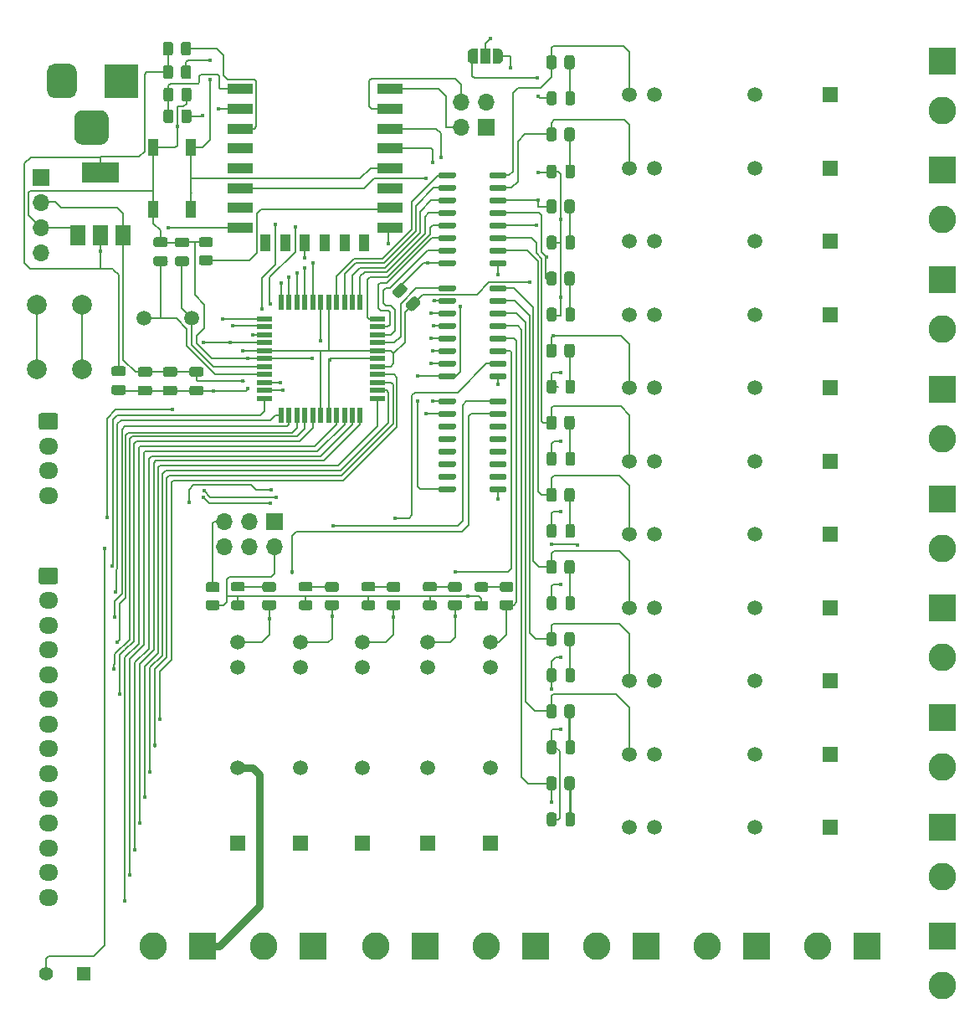
<source format=gtl>
G04 #@! TF.GenerationSoftware,KiCad,Pcbnew,(5.1.12)-1*
G04 #@! TF.CreationDate,2021-11-18T21:12:02+02:00*
G04 #@! TF.ProjectId,SmartHome,536d6172-7448-46f6-9d65-2e6b69636164,rev?*
G04 #@! TF.SameCoordinates,Original*
G04 #@! TF.FileFunction,Copper,L1,Top*
G04 #@! TF.FilePolarity,Positive*
%FSLAX46Y46*%
G04 Gerber Fmt 4.6, Leading zero omitted, Abs format (unit mm)*
G04 Created by KiCad (PCBNEW (5.1.12)-1) date 2021-11-18 21:12:02*
%MOMM*%
%LPD*%
G01*
G04 APERTURE LIST*
G04 #@! TA.AperFunction,SMDPad,CuDef*
%ADD10R,2.500000X1.000000*%
G04 #@! TD*
G04 #@! TA.AperFunction,SMDPad,CuDef*
%ADD11R,1.000000X1.800000*%
G04 #@! TD*
G04 #@! TA.AperFunction,SMDPad,CuDef*
%ADD12R,0.550000X1.500000*%
G04 #@! TD*
G04 #@! TA.AperFunction,SMDPad,CuDef*
%ADD13R,1.500000X0.550000*%
G04 #@! TD*
G04 #@! TA.AperFunction,SMDPad,CuDef*
%ADD14R,1.000000X1.500000*%
G04 #@! TD*
G04 #@! TA.AperFunction,SMDPad,CuDef*
%ADD15C,0.100000*%
G04 #@! TD*
G04 #@! TA.AperFunction,ComponentPad*
%ADD16R,1.700000X1.700000*%
G04 #@! TD*
G04 #@! TA.AperFunction,ComponentPad*
%ADD17O,1.700000X1.700000*%
G04 #@! TD*
G04 #@! TA.AperFunction,ComponentPad*
%ADD18R,1.508000X1.508000*%
G04 #@! TD*
G04 #@! TA.AperFunction,ComponentPad*
%ADD19C,1.508000*%
G04 #@! TD*
G04 #@! TA.AperFunction,ComponentPad*
%ADD20C,1.400000*%
G04 #@! TD*
G04 #@! TA.AperFunction,ComponentPad*
%ADD21R,1.400000X1.400000*%
G04 #@! TD*
G04 #@! TA.AperFunction,ComponentPad*
%ADD22O,1.950000X1.700000*%
G04 #@! TD*
G04 #@! TA.AperFunction,ComponentPad*
%ADD23C,2.000000*%
G04 #@! TD*
G04 #@! TA.AperFunction,ComponentPad*
%ADD24C,1.500000*%
G04 #@! TD*
G04 #@! TA.AperFunction,ComponentPad*
%ADD25C,2.800000*%
G04 #@! TD*
G04 #@! TA.AperFunction,ComponentPad*
%ADD26R,2.800000X2.800000*%
G04 #@! TD*
G04 #@! TA.AperFunction,ComponentPad*
%ADD27R,3.500000X3.500000*%
G04 #@! TD*
G04 #@! TA.AperFunction,SMDPad,CuDef*
%ADD28R,1.000000X1.700000*%
G04 #@! TD*
G04 #@! TA.AperFunction,SMDPad,CuDef*
%ADD29R,3.800000X2.000000*%
G04 #@! TD*
G04 #@! TA.AperFunction,SMDPad,CuDef*
%ADD30R,1.500000X2.000000*%
G04 #@! TD*
G04 #@! TA.AperFunction,ViaPad*
%ADD31C,0.400000*%
G04 #@! TD*
G04 #@! TA.AperFunction,Conductor*
%ADD32C,0.200000*%
G04 #@! TD*
G04 #@! TA.AperFunction,Conductor*
%ADD33C,0.250000*%
G04 #@! TD*
G04 #@! TA.AperFunction,Conductor*
%ADD34C,0.800000*%
G04 #@! TD*
G04 APERTURE END LIST*
D10*
X164405000Y62682000D03*
X164405000Y60682000D03*
X164405000Y58682000D03*
X164405000Y56682000D03*
X164405000Y54682000D03*
X164405000Y52682000D03*
X164405000Y50682000D03*
X164405000Y48682000D03*
D11*
X167005000Y47182000D03*
X169005000Y47182000D03*
X171005000Y47182000D03*
X173005000Y47182000D03*
X175005000Y47182000D03*
X177005000Y47182000D03*
D10*
X179605000Y48682000D03*
X179605000Y50682000D03*
X179605000Y52682000D03*
X179605000Y54682000D03*
X179605000Y56682000D03*
X179605000Y58682000D03*
X179605000Y60682000D03*
X179605000Y62682000D03*
D12*
X168593000Y41133000D03*
X169393000Y41133000D03*
X170193000Y41133000D03*
X170993000Y41133000D03*
X171793000Y41133000D03*
X172593000Y41133000D03*
X173393000Y41133000D03*
X174193000Y41133000D03*
X174993000Y41133000D03*
X175793000Y41133000D03*
X176593000Y41133000D03*
D13*
X178293000Y39433000D03*
X178293000Y38633000D03*
X178293000Y37833000D03*
X178293000Y37033000D03*
X178293000Y36233000D03*
X178293000Y35433000D03*
X178293000Y34633000D03*
X178293000Y33833000D03*
X178293000Y33033000D03*
X178293000Y32233000D03*
X178293000Y31433000D03*
D12*
X176593000Y29733000D03*
X175793000Y29733000D03*
X174993000Y29733000D03*
X174193000Y29733000D03*
X173393000Y29733000D03*
X172593000Y29733000D03*
X171793000Y29733000D03*
X170993000Y29733000D03*
X170193000Y29733000D03*
X169393000Y29733000D03*
X168593000Y29733000D03*
D13*
X166893000Y31433000D03*
X166893000Y32233000D03*
X166893000Y33033000D03*
X166893000Y33833000D03*
X166893000Y34633000D03*
X166893000Y35433000D03*
X166893000Y36233000D03*
X166893000Y37033000D03*
X166893000Y37833000D03*
X166893000Y38633000D03*
X166893000Y39433000D03*
D14*
X189240640Y66012060D03*
G04 #@! TA.AperFunction,SMDPad,CuDef*
D15*
G36*
X187940640Y65262662D02*
G01*
X187916106Y65262662D01*
X187867275Y65267472D01*
X187819150Y65277044D01*
X187772195Y65291288D01*
X187726862Y65310065D01*
X187683589Y65333196D01*
X187642790Y65360456D01*
X187604861Y65391584D01*
X187570164Y65426281D01*
X187539036Y65464210D01*
X187511776Y65505009D01*
X187488645Y65548282D01*
X187469868Y65593615D01*
X187455624Y65640570D01*
X187446052Y65688695D01*
X187441242Y65737526D01*
X187441242Y65762060D01*
X187440640Y65762060D01*
X187440640Y66262060D01*
X187441242Y66262060D01*
X187441242Y66286594D01*
X187446052Y66335425D01*
X187455624Y66383550D01*
X187469868Y66430505D01*
X187488645Y66475838D01*
X187511776Y66519111D01*
X187539036Y66559910D01*
X187570164Y66597839D01*
X187604861Y66632536D01*
X187642790Y66663664D01*
X187683589Y66690924D01*
X187726862Y66714055D01*
X187772195Y66732832D01*
X187819150Y66747076D01*
X187867275Y66756648D01*
X187916106Y66761458D01*
X187940640Y66761458D01*
X187940640Y66762060D01*
X188490640Y66762060D01*
X188490640Y65262060D01*
X187940640Y65262060D01*
X187940640Y65262662D01*
G37*
G04 #@! TD.AperFunction*
G04 #@! TA.AperFunction,SMDPad,CuDef*
G36*
X189990640Y66762060D02*
G01*
X190540640Y66762060D01*
X190540640Y66761458D01*
X190565174Y66761458D01*
X190614005Y66756648D01*
X190662130Y66747076D01*
X190709085Y66732832D01*
X190754418Y66714055D01*
X190797691Y66690924D01*
X190838490Y66663664D01*
X190876419Y66632536D01*
X190911116Y66597839D01*
X190942244Y66559910D01*
X190969504Y66519111D01*
X190992635Y66475838D01*
X191011412Y66430505D01*
X191025656Y66383550D01*
X191035228Y66335425D01*
X191040038Y66286594D01*
X191040038Y66262060D01*
X191040640Y66262060D01*
X191040640Y65762060D01*
X191040038Y65762060D01*
X191040038Y65737526D01*
X191035228Y65688695D01*
X191025656Y65640570D01*
X191011412Y65593615D01*
X190992635Y65548282D01*
X190969504Y65505009D01*
X190942244Y65464210D01*
X190911116Y65426281D01*
X190876419Y65391584D01*
X190838490Y65360456D01*
X190797691Y65333196D01*
X190754418Y65310065D01*
X190709085Y65291288D01*
X190662130Y65277044D01*
X190614005Y65267472D01*
X190565174Y65262662D01*
X190540640Y65262662D01*
X190540640Y65262060D01*
X189990640Y65262060D01*
X189990640Y66762060D01*
G37*
G04 #@! TD.AperFunction*
D16*
X144264380Y53733700D03*
D17*
X144264380Y51193700D03*
X144264380Y48653700D03*
X144264380Y46113700D03*
D18*
X164208000Y-13589000D03*
D19*
X164208000Y-5969000D03*
X164208000Y4191000D03*
X164208000Y6731000D03*
D20*
X144780000Y-26797000D03*
D21*
X148590000Y-26797000D03*
D22*
X145034000Y21583000D03*
X145034000Y24083000D03*
X145034000Y26583000D03*
G04 #@! TA.AperFunction,ComponentPad*
G36*
G01*
X144309000Y29933000D02*
X145759000Y29933000D01*
G75*
G02*
X146009000Y29683000I0J-250000D01*
G01*
X146009000Y28483000D01*
G75*
G02*
X145759000Y28233000I-250000J0D01*
G01*
X144309000Y28233000D01*
G75*
G02*
X144059000Y28483000I0J250000D01*
G01*
X144059000Y29683000D01*
G75*
G02*
X144309000Y29933000I250000J0D01*
G01*
G37*
G04 #@! TD.AperFunction*
D23*
X143913860Y40845880D03*
X148413860Y40845880D03*
X143913860Y34345880D03*
X148413860Y34345880D03*
D22*
X145034000Y-19038000D03*
X145034000Y-16538000D03*
X145034000Y-14038000D03*
X145034000Y-11538000D03*
X145034000Y-9038000D03*
X145034000Y-6538000D03*
X145034000Y-4038000D03*
X145034000Y-1538000D03*
X145034000Y962000D03*
X145034000Y3462000D03*
X145034000Y5962000D03*
X145034000Y8462000D03*
X145034000Y10962000D03*
G04 #@! TA.AperFunction,ComponentPad*
G36*
G01*
X144309000Y14312000D02*
X145759000Y14312000D01*
G75*
G02*
X146009000Y14062000I0J-250000D01*
G01*
X146009000Y12862000D01*
G75*
G02*
X145759000Y12612000I-250000J0D01*
G01*
X144309000Y12612000D01*
G75*
G02*
X144059000Y12862000I0J250000D01*
G01*
X144059000Y14062000D01*
G75*
G02*
X144309000Y14312000I250000J0D01*
G01*
G37*
G04 #@! TD.AperFunction*
D24*
X159566000Y39497000D03*
X154686000Y39497000D03*
G04 #@! TA.AperFunction,SMDPad,CuDef*
G36*
G01*
X189660000Y53825000D02*
X189660000Y54125000D01*
G75*
G02*
X189810000Y54275000I150000J0D01*
G01*
X191260000Y54275000D01*
G75*
G02*
X191410000Y54125000I0J-150000D01*
G01*
X191410000Y53825000D01*
G75*
G02*
X191260000Y53675000I-150000J0D01*
G01*
X189810000Y53675000D01*
G75*
G02*
X189660000Y53825000I0J150000D01*
G01*
G37*
G04 #@! TD.AperFunction*
G04 #@! TA.AperFunction,SMDPad,CuDef*
G36*
G01*
X189660000Y52555000D02*
X189660000Y52855000D01*
G75*
G02*
X189810000Y53005000I150000J0D01*
G01*
X191260000Y53005000D01*
G75*
G02*
X191410000Y52855000I0J-150000D01*
G01*
X191410000Y52555000D01*
G75*
G02*
X191260000Y52405000I-150000J0D01*
G01*
X189810000Y52405000D01*
G75*
G02*
X189660000Y52555000I0J150000D01*
G01*
G37*
G04 #@! TD.AperFunction*
G04 #@! TA.AperFunction,SMDPad,CuDef*
G36*
G01*
X189660000Y51285000D02*
X189660000Y51585000D01*
G75*
G02*
X189810000Y51735000I150000J0D01*
G01*
X191260000Y51735000D01*
G75*
G02*
X191410000Y51585000I0J-150000D01*
G01*
X191410000Y51285000D01*
G75*
G02*
X191260000Y51135000I-150000J0D01*
G01*
X189810000Y51135000D01*
G75*
G02*
X189660000Y51285000I0J150000D01*
G01*
G37*
G04 #@! TD.AperFunction*
G04 #@! TA.AperFunction,SMDPad,CuDef*
G36*
G01*
X189660000Y50015000D02*
X189660000Y50315000D01*
G75*
G02*
X189810000Y50465000I150000J0D01*
G01*
X191260000Y50465000D01*
G75*
G02*
X191410000Y50315000I0J-150000D01*
G01*
X191410000Y50015000D01*
G75*
G02*
X191260000Y49865000I-150000J0D01*
G01*
X189810000Y49865000D01*
G75*
G02*
X189660000Y50015000I0J150000D01*
G01*
G37*
G04 #@! TD.AperFunction*
G04 #@! TA.AperFunction,SMDPad,CuDef*
G36*
G01*
X189660000Y48745000D02*
X189660000Y49045000D01*
G75*
G02*
X189810000Y49195000I150000J0D01*
G01*
X191260000Y49195000D01*
G75*
G02*
X191410000Y49045000I0J-150000D01*
G01*
X191410000Y48745000D01*
G75*
G02*
X191260000Y48595000I-150000J0D01*
G01*
X189810000Y48595000D01*
G75*
G02*
X189660000Y48745000I0J150000D01*
G01*
G37*
G04 #@! TD.AperFunction*
G04 #@! TA.AperFunction,SMDPad,CuDef*
G36*
G01*
X189660000Y47475000D02*
X189660000Y47775000D01*
G75*
G02*
X189810000Y47925000I150000J0D01*
G01*
X191260000Y47925000D01*
G75*
G02*
X191410000Y47775000I0J-150000D01*
G01*
X191410000Y47475000D01*
G75*
G02*
X191260000Y47325000I-150000J0D01*
G01*
X189810000Y47325000D01*
G75*
G02*
X189660000Y47475000I0J150000D01*
G01*
G37*
G04 #@! TD.AperFunction*
G04 #@! TA.AperFunction,SMDPad,CuDef*
G36*
G01*
X189660000Y46205000D02*
X189660000Y46505000D01*
G75*
G02*
X189810000Y46655000I150000J0D01*
G01*
X191260000Y46655000D01*
G75*
G02*
X191410000Y46505000I0J-150000D01*
G01*
X191410000Y46205000D01*
G75*
G02*
X191260000Y46055000I-150000J0D01*
G01*
X189810000Y46055000D01*
G75*
G02*
X189660000Y46205000I0J150000D01*
G01*
G37*
G04 #@! TD.AperFunction*
G04 #@! TA.AperFunction,SMDPad,CuDef*
G36*
G01*
X189660000Y44935000D02*
X189660000Y45235000D01*
G75*
G02*
X189810000Y45385000I150000J0D01*
G01*
X191260000Y45385000D01*
G75*
G02*
X191410000Y45235000I0J-150000D01*
G01*
X191410000Y44935000D01*
G75*
G02*
X191260000Y44785000I-150000J0D01*
G01*
X189810000Y44785000D01*
G75*
G02*
X189660000Y44935000I0J150000D01*
G01*
G37*
G04 #@! TD.AperFunction*
G04 #@! TA.AperFunction,SMDPad,CuDef*
G36*
G01*
X184510000Y44935000D02*
X184510000Y45235000D01*
G75*
G02*
X184660000Y45385000I150000J0D01*
G01*
X186110000Y45385000D01*
G75*
G02*
X186260000Y45235000I0J-150000D01*
G01*
X186260000Y44935000D01*
G75*
G02*
X186110000Y44785000I-150000J0D01*
G01*
X184660000Y44785000D01*
G75*
G02*
X184510000Y44935000I0J150000D01*
G01*
G37*
G04 #@! TD.AperFunction*
G04 #@! TA.AperFunction,SMDPad,CuDef*
G36*
G01*
X184510000Y46205000D02*
X184510000Y46505000D01*
G75*
G02*
X184660000Y46655000I150000J0D01*
G01*
X186110000Y46655000D01*
G75*
G02*
X186260000Y46505000I0J-150000D01*
G01*
X186260000Y46205000D01*
G75*
G02*
X186110000Y46055000I-150000J0D01*
G01*
X184660000Y46055000D01*
G75*
G02*
X184510000Y46205000I0J150000D01*
G01*
G37*
G04 #@! TD.AperFunction*
G04 #@! TA.AperFunction,SMDPad,CuDef*
G36*
G01*
X184510000Y47475000D02*
X184510000Y47775000D01*
G75*
G02*
X184660000Y47925000I150000J0D01*
G01*
X186110000Y47925000D01*
G75*
G02*
X186260000Y47775000I0J-150000D01*
G01*
X186260000Y47475000D01*
G75*
G02*
X186110000Y47325000I-150000J0D01*
G01*
X184660000Y47325000D01*
G75*
G02*
X184510000Y47475000I0J150000D01*
G01*
G37*
G04 #@! TD.AperFunction*
G04 #@! TA.AperFunction,SMDPad,CuDef*
G36*
G01*
X184510000Y48745000D02*
X184510000Y49045000D01*
G75*
G02*
X184660000Y49195000I150000J0D01*
G01*
X186110000Y49195000D01*
G75*
G02*
X186260000Y49045000I0J-150000D01*
G01*
X186260000Y48745000D01*
G75*
G02*
X186110000Y48595000I-150000J0D01*
G01*
X184660000Y48595000D01*
G75*
G02*
X184510000Y48745000I0J150000D01*
G01*
G37*
G04 #@! TD.AperFunction*
G04 #@! TA.AperFunction,SMDPad,CuDef*
G36*
G01*
X184510000Y50015000D02*
X184510000Y50315000D01*
G75*
G02*
X184660000Y50465000I150000J0D01*
G01*
X186110000Y50465000D01*
G75*
G02*
X186260000Y50315000I0J-150000D01*
G01*
X186260000Y50015000D01*
G75*
G02*
X186110000Y49865000I-150000J0D01*
G01*
X184660000Y49865000D01*
G75*
G02*
X184510000Y50015000I0J150000D01*
G01*
G37*
G04 #@! TD.AperFunction*
G04 #@! TA.AperFunction,SMDPad,CuDef*
G36*
G01*
X184510000Y51285000D02*
X184510000Y51585000D01*
G75*
G02*
X184660000Y51735000I150000J0D01*
G01*
X186110000Y51735000D01*
G75*
G02*
X186260000Y51585000I0J-150000D01*
G01*
X186260000Y51285000D01*
G75*
G02*
X186110000Y51135000I-150000J0D01*
G01*
X184660000Y51135000D01*
G75*
G02*
X184510000Y51285000I0J150000D01*
G01*
G37*
G04 #@! TD.AperFunction*
G04 #@! TA.AperFunction,SMDPad,CuDef*
G36*
G01*
X184510000Y52555000D02*
X184510000Y52855000D01*
G75*
G02*
X184660000Y53005000I150000J0D01*
G01*
X186110000Y53005000D01*
G75*
G02*
X186260000Y52855000I0J-150000D01*
G01*
X186260000Y52555000D01*
G75*
G02*
X186110000Y52405000I-150000J0D01*
G01*
X184660000Y52405000D01*
G75*
G02*
X184510000Y52555000I0J150000D01*
G01*
G37*
G04 #@! TD.AperFunction*
G04 #@! TA.AperFunction,SMDPad,CuDef*
G36*
G01*
X184510000Y53825000D02*
X184510000Y54125000D01*
G75*
G02*
X184660000Y54275000I150000J0D01*
G01*
X186110000Y54275000D01*
G75*
G02*
X186260000Y54125000I0J-150000D01*
G01*
X186260000Y53825000D01*
G75*
G02*
X186110000Y53675000I-150000J0D01*
G01*
X184660000Y53675000D01*
G75*
G02*
X184510000Y53825000I0J150000D01*
G01*
G37*
G04 #@! TD.AperFunction*
G04 #@! TA.AperFunction,SMDPad,CuDef*
G36*
G01*
X189660000Y30965000D02*
X189660000Y31265000D01*
G75*
G02*
X189810000Y31415000I150000J0D01*
G01*
X191260000Y31415000D01*
G75*
G02*
X191410000Y31265000I0J-150000D01*
G01*
X191410000Y30965000D01*
G75*
G02*
X191260000Y30815000I-150000J0D01*
G01*
X189810000Y30815000D01*
G75*
G02*
X189660000Y30965000I0J150000D01*
G01*
G37*
G04 #@! TD.AperFunction*
G04 #@! TA.AperFunction,SMDPad,CuDef*
G36*
G01*
X189660000Y29695000D02*
X189660000Y29995000D01*
G75*
G02*
X189810000Y30145000I150000J0D01*
G01*
X191260000Y30145000D01*
G75*
G02*
X191410000Y29995000I0J-150000D01*
G01*
X191410000Y29695000D01*
G75*
G02*
X191260000Y29545000I-150000J0D01*
G01*
X189810000Y29545000D01*
G75*
G02*
X189660000Y29695000I0J150000D01*
G01*
G37*
G04 #@! TD.AperFunction*
G04 #@! TA.AperFunction,SMDPad,CuDef*
G36*
G01*
X189660000Y28425000D02*
X189660000Y28725000D01*
G75*
G02*
X189810000Y28875000I150000J0D01*
G01*
X191260000Y28875000D01*
G75*
G02*
X191410000Y28725000I0J-150000D01*
G01*
X191410000Y28425000D01*
G75*
G02*
X191260000Y28275000I-150000J0D01*
G01*
X189810000Y28275000D01*
G75*
G02*
X189660000Y28425000I0J150000D01*
G01*
G37*
G04 #@! TD.AperFunction*
G04 #@! TA.AperFunction,SMDPad,CuDef*
G36*
G01*
X189660000Y27155000D02*
X189660000Y27455000D01*
G75*
G02*
X189810000Y27605000I150000J0D01*
G01*
X191260000Y27605000D01*
G75*
G02*
X191410000Y27455000I0J-150000D01*
G01*
X191410000Y27155000D01*
G75*
G02*
X191260000Y27005000I-150000J0D01*
G01*
X189810000Y27005000D01*
G75*
G02*
X189660000Y27155000I0J150000D01*
G01*
G37*
G04 #@! TD.AperFunction*
G04 #@! TA.AperFunction,SMDPad,CuDef*
G36*
G01*
X189660000Y25885000D02*
X189660000Y26185000D01*
G75*
G02*
X189810000Y26335000I150000J0D01*
G01*
X191260000Y26335000D01*
G75*
G02*
X191410000Y26185000I0J-150000D01*
G01*
X191410000Y25885000D01*
G75*
G02*
X191260000Y25735000I-150000J0D01*
G01*
X189810000Y25735000D01*
G75*
G02*
X189660000Y25885000I0J150000D01*
G01*
G37*
G04 #@! TD.AperFunction*
G04 #@! TA.AperFunction,SMDPad,CuDef*
G36*
G01*
X189660000Y24615000D02*
X189660000Y24915000D01*
G75*
G02*
X189810000Y25065000I150000J0D01*
G01*
X191260000Y25065000D01*
G75*
G02*
X191410000Y24915000I0J-150000D01*
G01*
X191410000Y24615000D01*
G75*
G02*
X191260000Y24465000I-150000J0D01*
G01*
X189810000Y24465000D01*
G75*
G02*
X189660000Y24615000I0J150000D01*
G01*
G37*
G04 #@! TD.AperFunction*
G04 #@! TA.AperFunction,SMDPad,CuDef*
G36*
G01*
X189660000Y23345000D02*
X189660000Y23645000D01*
G75*
G02*
X189810000Y23795000I150000J0D01*
G01*
X191260000Y23795000D01*
G75*
G02*
X191410000Y23645000I0J-150000D01*
G01*
X191410000Y23345000D01*
G75*
G02*
X191260000Y23195000I-150000J0D01*
G01*
X189810000Y23195000D01*
G75*
G02*
X189660000Y23345000I0J150000D01*
G01*
G37*
G04 #@! TD.AperFunction*
G04 #@! TA.AperFunction,SMDPad,CuDef*
G36*
G01*
X189660000Y22075000D02*
X189660000Y22375000D01*
G75*
G02*
X189810000Y22525000I150000J0D01*
G01*
X191260000Y22525000D01*
G75*
G02*
X191410000Y22375000I0J-150000D01*
G01*
X191410000Y22075000D01*
G75*
G02*
X191260000Y21925000I-150000J0D01*
G01*
X189810000Y21925000D01*
G75*
G02*
X189660000Y22075000I0J150000D01*
G01*
G37*
G04 #@! TD.AperFunction*
G04 #@! TA.AperFunction,SMDPad,CuDef*
G36*
G01*
X184510000Y22075000D02*
X184510000Y22375000D01*
G75*
G02*
X184660000Y22525000I150000J0D01*
G01*
X186110000Y22525000D01*
G75*
G02*
X186260000Y22375000I0J-150000D01*
G01*
X186260000Y22075000D01*
G75*
G02*
X186110000Y21925000I-150000J0D01*
G01*
X184660000Y21925000D01*
G75*
G02*
X184510000Y22075000I0J150000D01*
G01*
G37*
G04 #@! TD.AperFunction*
G04 #@! TA.AperFunction,SMDPad,CuDef*
G36*
G01*
X184510000Y23345000D02*
X184510000Y23645000D01*
G75*
G02*
X184660000Y23795000I150000J0D01*
G01*
X186110000Y23795000D01*
G75*
G02*
X186260000Y23645000I0J-150000D01*
G01*
X186260000Y23345000D01*
G75*
G02*
X186110000Y23195000I-150000J0D01*
G01*
X184660000Y23195000D01*
G75*
G02*
X184510000Y23345000I0J150000D01*
G01*
G37*
G04 #@! TD.AperFunction*
G04 #@! TA.AperFunction,SMDPad,CuDef*
G36*
G01*
X184510000Y24615000D02*
X184510000Y24915000D01*
G75*
G02*
X184660000Y25065000I150000J0D01*
G01*
X186110000Y25065000D01*
G75*
G02*
X186260000Y24915000I0J-150000D01*
G01*
X186260000Y24615000D01*
G75*
G02*
X186110000Y24465000I-150000J0D01*
G01*
X184660000Y24465000D01*
G75*
G02*
X184510000Y24615000I0J150000D01*
G01*
G37*
G04 #@! TD.AperFunction*
G04 #@! TA.AperFunction,SMDPad,CuDef*
G36*
G01*
X184510000Y25885000D02*
X184510000Y26185000D01*
G75*
G02*
X184660000Y26335000I150000J0D01*
G01*
X186110000Y26335000D01*
G75*
G02*
X186260000Y26185000I0J-150000D01*
G01*
X186260000Y25885000D01*
G75*
G02*
X186110000Y25735000I-150000J0D01*
G01*
X184660000Y25735000D01*
G75*
G02*
X184510000Y25885000I0J150000D01*
G01*
G37*
G04 #@! TD.AperFunction*
G04 #@! TA.AperFunction,SMDPad,CuDef*
G36*
G01*
X184510000Y27155000D02*
X184510000Y27455000D01*
G75*
G02*
X184660000Y27605000I150000J0D01*
G01*
X186110000Y27605000D01*
G75*
G02*
X186260000Y27455000I0J-150000D01*
G01*
X186260000Y27155000D01*
G75*
G02*
X186110000Y27005000I-150000J0D01*
G01*
X184660000Y27005000D01*
G75*
G02*
X184510000Y27155000I0J150000D01*
G01*
G37*
G04 #@! TD.AperFunction*
G04 #@! TA.AperFunction,SMDPad,CuDef*
G36*
G01*
X184510000Y28425000D02*
X184510000Y28725000D01*
G75*
G02*
X184660000Y28875000I150000J0D01*
G01*
X186110000Y28875000D01*
G75*
G02*
X186260000Y28725000I0J-150000D01*
G01*
X186260000Y28425000D01*
G75*
G02*
X186110000Y28275000I-150000J0D01*
G01*
X184660000Y28275000D01*
G75*
G02*
X184510000Y28425000I0J150000D01*
G01*
G37*
G04 #@! TD.AperFunction*
G04 #@! TA.AperFunction,SMDPad,CuDef*
G36*
G01*
X184510000Y29695000D02*
X184510000Y29995000D01*
G75*
G02*
X184660000Y30145000I150000J0D01*
G01*
X186110000Y30145000D01*
G75*
G02*
X186260000Y29995000I0J-150000D01*
G01*
X186260000Y29695000D01*
G75*
G02*
X186110000Y29545000I-150000J0D01*
G01*
X184660000Y29545000D01*
G75*
G02*
X184510000Y29695000I0J150000D01*
G01*
G37*
G04 #@! TD.AperFunction*
G04 #@! TA.AperFunction,SMDPad,CuDef*
G36*
G01*
X184510000Y30965000D02*
X184510000Y31265000D01*
G75*
G02*
X184660000Y31415000I150000J0D01*
G01*
X186110000Y31415000D01*
G75*
G02*
X186260000Y31265000I0J-150000D01*
G01*
X186260000Y30965000D01*
G75*
G02*
X186110000Y30815000I-150000J0D01*
G01*
X184660000Y30815000D01*
G75*
G02*
X184510000Y30965000I0J150000D01*
G01*
G37*
G04 #@! TD.AperFunction*
G04 #@! TA.AperFunction,SMDPad,CuDef*
G36*
G01*
X189660000Y42395000D02*
X189660000Y42695000D01*
G75*
G02*
X189810000Y42845000I150000J0D01*
G01*
X191260000Y42845000D01*
G75*
G02*
X191410000Y42695000I0J-150000D01*
G01*
X191410000Y42395000D01*
G75*
G02*
X191260000Y42245000I-150000J0D01*
G01*
X189810000Y42245000D01*
G75*
G02*
X189660000Y42395000I0J150000D01*
G01*
G37*
G04 #@! TD.AperFunction*
G04 #@! TA.AperFunction,SMDPad,CuDef*
G36*
G01*
X189660000Y41125000D02*
X189660000Y41425000D01*
G75*
G02*
X189810000Y41575000I150000J0D01*
G01*
X191260000Y41575000D01*
G75*
G02*
X191410000Y41425000I0J-150000D01*
G01*
X191410000Y41125000D01*
G75*
G02*
X191260000Y40975000I-150000J0D01*
G01*
X189810000Y40975000D01*
G75*
G02*
X189660000Y41125000I0J150000D01*
G01*
G37*
G04 #@! TD.AperFunction*
G04 #@! TA.AperFunction,SMDPad,CuDef*
G36*
G01*
X189660000Y39855000D02*
X189660000Y40155000D01*
G75*
G02*
X189810000Y40305000I150000J0D01*
G01*
X191260000Y40305000D01*
G75*
G02*
X191410000Y40155000I0J-150000D01*
G01*
X191410000Y39855000D01*
G75*
G02*
X191260000Y39705000I-150000J0D01*
G01*
X189810000Y39705000D01*
G75*
G02*
X189660000Y39855000I0J150000D01*
G01*
G37*
G04 #@! TD.AperFunction*
G04 #@! TA.AperFunction,SMDPad,CuDef*
G36*
G01*
X189660000Y38585000D02*
X189660000Y38885000D01*
G75*
G02*
X189810000Y39035000I150000J0D01*
G01*
X191260000Y39035000D01*
G75*
G02*
X191410000Y38885000I0J-150000D01*
G01*
X191410000Y38585000D01*
G75*
G02*
X191260000Y38435000I-150000J0D01*
G01*
X189810000Y38435000D01*
G75*
G02*
X189660000Y38585000I0J150000D01*
G01*
G37*
G04 #@! TD.AperFunction*
G04 #@! TA.AperFunction,SMDPad,CuDef*
G36*
G01*
X189660000Y37315000D02*
X189660000Y37615000D01*
G75*
G02*
X189810000Y37765000I150000J0D01*
G01*
X191260000Y37765000D01*
G75*
G02*
X191410000Y37615000I0J-150000D01*
G01*
X191410000Y37315000D01*
G75*
G02*
X191260000Y37165000I-150000J0D01*
G01*
X189810000Y37165000D01*
G75*
G02*
X189660000Y37315000I0J150000D01*
G01*
G37*
G04 #@! TD.AperFunction*
G04 #@! TA.AperFunction,SMDPad,CuDef*
G36*
G01*
X189660000Y36045000D02*
X189660000Y36345000D01*
G75*
G02*
X189810000Y36495000I150000J0D01*
G01*
X191260000Y36495000D01*
G75*
G02*
X191410000Y36345000I0J-150000D01*
G01*
X191410000Y36045000D01*
G75*
G02*
X191260000Y35895000I-150000J0D01*
G01*
X189810000Y35895000D01*
G75*
G02*
X189660000Y36045000I0J150000D01*
G01*
G37*
G04 #@! TD.AperFunction*
G04 #@! TA.AperFunction,SMDPad,CuDef*
G36*
G01*
X189660000Y34775000D02*
X189660000Y35075000D01*
G75*
G02*
X189810000Y35225000I150000J0D01*
G01*
X191260000Y35225000D01*
G75*
G02*
X191410000Y35075000I0J-150000D01*
G01*
X191410000Y34775000D01*
G75*
G02*
X191260000Y34625000I-150000J0D01*
G01*
X189810000Y34625000D01*
G75*
G02*
X189660000Y34775000I0J150000D01*
G01*
G37*
G04 #@! TD.AperFunction*
G04 #@! TA.AperFunction,SMDPad,CuDef*
G36*
G01*
X189660000Y33505000D02*
X189660000Y33805000D01*
G75*
G02*
X189810000Y33955000I150000J0D01*
G01*
X191260000Y33955000D01*
G75*
G02*
X191410000Y33805000I0J-150000D01*
G01*
X191410000Y33505000D01*
G75*
G02*
X191260000Y33355000I-150000J0D01*
G01*
X189810000Y33355000D01*
G75*
G02*
X189660000Y33505000I0J150000D01*
G01*
G37*
G04 #@! TD.AperFunction*
G04 #@! TA.AperFunction,SMDPad,CuDef*
G36*
G01*
X184510000Y33505000D02*
X184510000Y33805000D01*
G75*
G02*
X184660000Y33955000I150000J0D01*
G01*
X186110000Y33955000D01*
G75*
G02*
X186260000Y33805000I0J-150000D01*
G01*
X186260000Y33505000D01*
G75*
G02*
X186110000Y33355000I-150000J0D01*
G01*
X184660000Y33355000D01*
G75*
G02*
X184510000Y33505000I0J150000D01*
G01*
G37*
G04 #@! TD.AperFunction*
G04 #@! TA.AperFunction,SMDPad,CuDef*
G36*
G01*
X184510000Y34775000D02*
X184510000Y35075000D01*
G75*
G02*
X184660000Y35225000I150000J0D01*
G01*
X186110000Y35225000D01*
G75*
G02*
X186260000Y35075000I0J-150000D01*
G01*
X186260000Y34775000D01*
G75*
G02*
X186110000Y34625000I-150000J0D01*
G01*
X184660000Y34625000D01*
G75*
G02*
X184510000Y34775000I0J150000D01*
G01*
G37*
G04 #@! TD.AperFunction*
G04 #@! TA.AperFunction,SMDPad,CuDef*
G36*
G01*
X184510000Y36045000D02*
X184510000Y36345000D01*
G75*
G02*
X184660000Y36495000I150000J0D01*
G01*
X186110000Y36495000D01*
G75*
G02*
X186260000Y36345000I0J-150000D01*
G01*
X186260000Y36045000D01*
G75*
G02*
X186110000Y35895000I-150000J0D01*
G01*
X184660000Y35895000D01*
G75*
G02*
X184510000Y36045000I0J150000D01*
G01*
G37*
G04 #@! TD.AperFunction*
G04 #@! TA.AperFunction,SMDPad,CuDef*
G36*
G01*
X184510000Y37315000D02*
X184510000Y37615000D01*
G75*
G02*
X184660000Y37765000I150000J0D01*
G01*
X186110000Y37765000D01*
G75*
G02*
X186260000Y37615000I0J-150000D01*
G01*
X186260000Y37315000D01*
G75*
G02*
X186110000Y37165000I-150000J0D01*
G01*
X184660000Y37165000D01*
G75*
G02*
X184510000Y37315000I0J150000D01*
G01*
G37*
G04 #@! TD.AperFunction*
G04 #@! TA.AperFunction,SMDPad,CuDef*
G36*
G01*
X184510000Y38585000D02*
X184510000Y38885000D01*
G75*
G02*
X184660000Y39035000I150000J0D01*
G01*
X186110000Y39035000D01*
G75*
G02*
X186260000Y38885000I0J-150000D01*
G01*
X186260000Y38585000D01*
G75*
G02*
X186110000Y38435000I-150000J0D01*
G01*
X184660000Y38435000D01*
G75*
G02*
X184510000Y38585000I0J150000D01*
G01*
G37*
G04 #@! TD.AperFunction*
G04 #@! TA.AperFunction,SMDPad,CuDef*
G36*
G01*
X184510000Y39855000D02*
X184510000Y40155000D01*
G75*
G02*
X184660000Y40305000I150000J0D01*
G01*
X186110000Y40305000D01*
G75*
G02*
X186260000Y40155000I0J-150000D01*
G01*
X186260000Y39855000D01*
G75*
G02*
X186110000Y39705000I-150000J0D01*
G01*
X184660000Y39705000D01*
G75*
G02*
X184510000Y39855000I0J150000D01*
G01*
G37*
G04 #@! TD.AperFunction*
G04 #@! TA.AperFunction,SMDPad,CuDef*
G36*
G01*
X184510000Y41125000D02*
X184510000Y41425000D01*
G75*
G02*
X184660000Y41575000I150000J0D01*
G01*
X186110000Y41575000D01*
G75*
G02*
X186260000Y41425000I0J-150000D01*
G01*
X186260000Y41125000D01*
G75*
G02*
X186110000Y40975000I-150000J0D01*
G01*
X184660000Y40975000D01*
G75*
G02*
X184510000Y41125000I0J150000D01*
G01*
G37*
G04 #@! TD.AperFunction*
G04 #@! TA.AperFunction,SMDPad,CuDef*
G36*
G01*
X184510000Y42395000D02*
X184510000Y42695000D01*
G75*
G02*
X184660000Y42845000I150000J0D01*
G01*
X186110000Y42845000D01*
G75*
G02*
X186260000Y42695000I0J-150000D01*
G01*
X186260000Y42395000D01*
G75*
G02*
X186110000Y42245000I-150000J0D01*
G01*
X184660000Y42245000D01*
G75*
G02*
X184510000Y42395000I0J150000D01*
G01*
G37*
G04 #@! TD.AperFunction*
G04 #@! TA.AperFunction,SMDPad,CuDef*
G36*
G01*
X174186001Y11830000D02*
X173285999Y11830000D01*
G75*
G02*
X173036000Y12079999I0J249999D01*
G01*
X173036000Y12605001D01*
G75*
G02*
X173285999Y12855000I249999J0D01*
G01*
X174186001Y12855000D01*
G75*
G02*
X174436000Y12605001I0J-249999D01*
G01*
X174436000Y12079999D01*
G75*
G02*
X174186001Y11830000I-249999J0D01*
G01*
G37*
G04 #@! TD.AperFunction*
G04 #@! TA.AperFunction,SMDPad,CuDef*
G36*
G01*
X174186001Y10005000D02*
X173285999Y10005000D01*
G75*
G02*
X173036000Y10254999I0J249999D01*
G01*
X173036000Y10780001D01*
G75*
G02*
X173285999Y11030000I249999J0D01*
G01*
X174186001Y11030000D01*
G75*
G02*
X174436000Y10780001I0J-249999D01*
G01*
X174436000Y10254999D01*
G75*
G02*
X174186001Y10005000I-249999J0D01*
G01*
G37*
G04 #@! TD.AperFunction*
G04 #@! TA.AperFunction,SMDPad,CuDef*
G36*
G01*
X167836001Y11830000D02*
X166935999Y11830000D01*
G75*
G02*
X166686000Y12079999I0J249999D01*
G01*
X166686000Y12605001D01*
G75*
G02*
X166935999Y12855000I249999J0D01*
G01*
X167836001Y12855000D01*
G75*
G02*
X168086000Y12605001I0J-249999D01*
G01*
X168086000Y12079999D01*
G75*
G02*
X167836001Y11830000I-249999J0D01*
G01*
G37*
G04 #@! TD.AperFunction*
G04 #@! TA.AperFunction,SMDPad,CuDef*
G36*
G01*
X167836001Y10005000D02*
X166935999Y10005000D01*
G75*
G02*
X166686000Y10254999I0J249999D01*
G01*
X166686000Y10780001D01*
G75*
G02*
X166935999Y11030000I249999J0D01*
G01*
X167836001Y11030000D01*
G75*
G02*
X168086000Y10780001I0J-249999D01*
G01*
X168086000Y10254999D01*
G75*
G02*
X167836001Y10005000I-249999J0D01*
G01*
G37*
G04 #@! TD.AperFunction*
G04 #@! TA.AperFunction,SMDPad,CuDef*
G36*
G01*
X186632001Y11830000D02*
X185731999Y11830000D01*
G75*
G02*
X185482000Y12079999I0J249999D01*
G01*
X185482000Y12605001D01*
G75*
G02*
X185731999Y12855000I249999J0D01*
G01*
X186632001Y12855000D01*
G75*
G02*
X186882000Y12605001I0J-249999D01*
G01*
X186882000Y12079999D01*
G75*
G02*
X186632001Y11830000I-249999J0D01*
G01*
G37*
G04 #@! TD.AperFunction*
G04 #@! TA.AperFunction,SMDPad,CuDef*
G36*
G01*
X186632001Y10005000D02*
X185731999Y10005000D01*
G75*
G02*
X185482000Y10254999I0J249999D01*
G01*
X185482000Y10780001D01*
G75*
G02*
X185731999Y11030000I249999J0D01*
G01*
X186632001Y11030000D01*
G75*
G02*
X186882000Y10780001I0J-249999D01*
G01*
X186882000Y10254999D01*
G75*
G02*
X186632001Y10005000I-249999J0D01*
G01*
G37*
G04 #@! TD.AperFunction*
G04 #@! TA.AperFunction,SMDPad,CuDef*
G36*
G01*
X180409001Y11830000D02*
X179508999Y11830000D01*
G75*
G02*
X179259000Y12079999I0J249999D01*
G01*
X179259000Y12605001D01*
G75*
G02*
X179508999Y12855000I249999J0D01*
G01*
X180409001Y12855000D01*
G75*
G02*
X180659000Y12605001I0J-249999D01*
G01*
X180659000Y12079999D01*
G75*
G02*
X180409001Y11830000I-249999J0D01*
G01*
G37*
G04 #@! TD.AperFunction*
G04 #@! TA.AperFunction,SMDPad,CuDef*
G36*
G01*
X180409001Y10005000D02*
X179508999Y10005000D01*
G75*
G02*
X179259000Y10254999I0J249999D01*
G01*
X179259000Y10780001D01*
G75*
G02*
X179508999Y11030000I249999J0D01*
G01*
X180409001Y11030000D01*
G75*
G02*
X180659000Y10780001I0J-249999D01*
G01*
X180659000Y10254999D01*
G75*
G02*
X180409001Y10005000I-249999J0D01*
G01*
G37*
G04 #@! TD.AperFunction*
G04 #@! TA.AperFunction,SMDPad,CuDef*
G36*
G01*
X197250000Y-7967581D02*
X197250000Y-7067579D01*
G75*
G02*
X197499999Y-6817580I249999J0D01*
G01*
X198025001Y-6817580D01*
G75*
G02*
X198275000Y-7067579I0J-249999D01*
G01*
X198275000Y-7967581D01*
G75*
G02*
X198025001Y-8217580I-249999J0D01*
G01*
X197499999Y-8217580D01*
G75*
G02*
X197250000Y-7967581I0J249999D01*
G01*
G37*
G04 #@! TD.AperFunction*
G04 #@! TA.AperFunction,SMDPad,CuDef*
G36*
G01*
X195425000Y-7967581D02*
X195425000Y-7067579D01*
G75*
G02*
X195674999Y-6817580I249999J0D01*
G01*
X196200001Y-6817580D01*
G75*
G02*
X196450000Y-7067579I0J-249999D01*
G01*
X196450000Y-7967581D01*
G75*
G02*
X196200001Y-8217580I-249999J0D01*
G01*
X195674999Y-8217580D01*
G75*
G02*
X195425000Y-7967581I0J249999D01*
G01*
G37*
G04 #@! TD.AperFunction*
G04 #@! TA.AperFunction,SMDPad,CuDef*
G36*
G01*
X191839001Y11830000D02*
X190938999Y11830000D01*
G75*
G02*
X190689000Y12079999I0J249999D01*
G01*
X190689000Y12605001D01*
G75*
G02*
X190938999Y12855000I249999J0D01*
G01*
X191839001Y12855000D01*
G75*
G02*
X192089000Y12605001I0J-249999D01*
G01*
X192089000Y12079999D01*
G75*
G02*
X191839001Y11830000I-249999J0D01*
G01*
G37*
G04 #@! TD.AperFunction*
G04 #@! TA.AperFunction,SMDPad,CuDef*
G36*
G01*
X191839001Y10005000D02*
X190938999Y10005000D01*
G75*
G02*
X190689000Y10254999I0J249999D01*
G01*
X190689000Y10780001D01*
G75*
G02*
X190938999Y11030000I249999J0D01*
G01*
X191839001Y11030000D01*
G75*
G02*
X192089000Y10780001I0J-249999D01*
G01*
X192089000Y10254999D01*
G75*
G02*
X191839001Y10005000I-249999J0D01*
G01*
G37*
G04 #@! TD.AperFunction*
G04 #@! TA.AperFunction,SMDPad,CuDef*
G36*
G01*
X197250000Y6616935D02*
X197250000Y7516937D01*
G75*
G02*
X197499999Y7766936I249999J0D01*
G01*
X198025001Y7766936D01*
G75*
G02*
X198275000Y7516937I0J-249999D01*
G01*
X198275000Y6616935D01*
G75*
G02*
X198025001Y6366936I-249999J0D01*
G01*
X197499999Y6366936D01*
G75*
G02*
X197250000Y6616935I0J249999D01*
G01*
G37*
G04 #@! TD.AperFunction*
G04 #@! TA.AperFunction,SMDPad,CuDef*
G36*
G01*
X195425000Y6616935D02*
X195425000Y7516937D01*
G75*
G02*
X195674999Y7766936I249999J0D01*
G01*
X196200001Y7766936D01*
G75*
G02*
X196450000Y7516937I0J-249999D01*
G01*
X196450000Y6616935D01*
G75*
G02*
X196200001Y6366936I-249999J0D01*
G01*
X195674999Y6366936D01*
G75*
G02*
X195425000Y6616935I0J249999D01*
G01*
G37*
G04 #@! TD.AperFunction*
G04 #@! TA.AperFunction,SMDPad,CuDef*
G36*
G01*
X197250000Y-675323D02*
X197250000Y224679D01*
G75*
G02*
X197499999Y474678I249999J0D01*
G01*
X198025001Y474678D01*
G75*
G02*
X198275000Y224679I0J-249999D01*
G01*
X198275000Y-675323D01*
G75*
G02*
X198025001Y-925322I-249999J0D01*
G01*
X197499999Y-925322D01*
G75*
G02*
X197250000Y-675323I0J249999D01*
G01*
G37*
G04 #@! TD.AperFunction*
G04 #@! TA.AperFunction,SMDPad,CuDef*
G36*
G01*
X195425000Y-675323D02*
X195425000Y224679D01*
G75*
G02*
X195674999Y474678I249999J0D01*
G01*
X196200001Y474678D01*
G75*
G02*
X196450000Y224679I0J-249999D01*
G01*
X196450000Y-675323D01*
G75*
G02*
X196200001Y-925322I-249999J0D01*
G01*
X195674999Y-925322D01*
G75*
G02*
X195425000Y-675323I0J249999D01*
G01*
G37*
G04 #@! TD.AperFunction*
G04 #@! TA.AperFunction,SMDPad,CuDef*
G36*
G01*
X197250000Y21201451D02*
X197250000Y22101453D01*
G75*
G02*
X197499999Y22351452I249999J0D01*
G01*
X198025001Y22351452D01*
G75*
G02*
X198275000Y22101453I0J-249999D01*
G01*
X198275000Y21201451D01*
G75*
G02*
X198025001Y20951452I-249999J0D01*
G01*
X197499999Y20951452D01*
G75*
G02*
X197250000Y21201451I0J249999D01*
G01*
G37*
G04 #@! TD.AperFunction*
G04 #@! TA.AperFunction,SMDPad,CuDef*
G36*
G01*
X195425000Y21201451D02*
X195425000Y22101453D01*
G75*
G02*
X195674999Y22351452I249999J0D01*
G01*
X196200001Y22351452D01*
G75*
G02*
X196450000Y22101453I0J-249999D01*
G01*
X196450000Y21201451D01*
G75*
G02*
X196200001Y20951452I-249999J0D01*
G01*
X195674999Y20951452D01*
G75*
G02*
X195425000Y21201451I0J249999D01*
G01*
G37*
G04 #@! TD.AperFunction*
G04 #@! TA.AperFunction,SMDPad,CuDef*
G36*
G01*
X197250000Y13909193D02*
X197250000Y14809195D01*
G75*
G02*
X197499999Y15059194I249999J0D01*
G01*
X198025001Y15059194D01*
G75*
G02*
X198275000Y14809195I0J-249999D01*
G01*
X198275000Y13909193D01*
G75*
G02*
X198025001Y13659194I-249999J0D01*
G01*
X197499999Y13659194D01*
G75*
G02*
X197250000Y13909193I0J249999D01*
G01*
G37*
G04 #@! TD.AperFunction*
G04 #@! TA.AperFunction,SMDPad,CuDef*
G36*
G01*
X195425000Y13909193D02*
X195425000Y14809195D01*
G75*
G02*
X195674999Y15059194I249999J0D01*
G01*
X196200001Y15059194D01*
G75*
G02*
X196450000Y14809195I0J-249999D01*
G01*
X196450000Y13909193D01*
G75*
G02*
X196200001Y13659194I-249999J0D01*
G01*
X195674999Y13659194D01*
G75*
G02*
X195425000Y13909193I0J249999D01*
G01*
G37*
G04 #@! TD.AperFunction*
G04 #@! TA.AperFunction,SMDPad,CuDef*
G36*
G01*
X197250000Y35785967D02*
X197250000Y36685969D01*
G75*
G02*
X197499999Y36935968I249999J0D01*
G01*
X198025001Y36935968D01*
G75*
G02*
X198275000Y36685969I0J-249999D01*
G01*
X198275000Y35785967D01*
G75*
G02*
X198025001Y35535968I-249999J0D01*
G01*
X197499999Y35535968D01*
G75*
G02*
X197250000Y35785967I0J249999D01*
G01*
G37*
G04 #@! TD.AperFunction*
G04 #@! TA.AperFunction,SMDPad,CuDef*
G36*
G01*
X195425000Y35785967D02*
X195425000Y36685969D01*
G75*
G02*
X195674999Y36935968I249999J0D01*
G01*
X196200001Y36935968D01*
G75*
G02*
X196450000Y36685969I0J-249999D01*
G01*
X196450000Y35785967D01*
G75*
G02*
X196200001Y35535968I-249999J0D01*
G01*
X195674999Y35535968D01*
G75*
G02*
X195425000Y35785967I0J249999D01*
G01*
G37*
G04 #@! TD.AperFunction*
G04 #@! TA.AperFunction,SMDPad,CuDef*
G36*
G01*
X197250000Y28493709D02*
X197250000Y29393711D01*
G75*
G02*
X197499999Y29643710I249999J0D01*
G01*
X198025001Y29643710D01*
G75*
G02*
X198275000Y29393711I0J-249999D01*
G01*
X198275000Y28493709D01*
G75*
G02*
X198025001Y28243710I-249999J0D01*
G01*
X197499999Y28243710D01*
G75*
G02*
X197250000Y28493709I0J249999D01*
G01*
G37*
G04 #@! TD.AperFunction*
G04 #@! TA.AperFunction,SMDPad,CuDef*
G36*
G01*
X195425000Y28493709D02*
X195425000Y29393711D01*
G75*
G02*
X195674999Y29643710I249999J0D01*
G01*
X196200001Y29643710D01*
G75*
G02*
X196450000Y29393711I0J-249999D01*
G01*
X196450000Y28493709D01*
G75*
G02*
X196200001Y28243710I-249999J0D01*
G01*
X195674999Y28243710D01*
G75*
G02*
X195425000Y28493709I0J249999D01*
G01*
G37*
G04 #@! TD.AperFunction*
G04 #@! TA.AperFunction,SMDPad,CuDef*
G36*
G01*
X197250000Y50370483D02*
X197250000Y51270485D01*
G75*
G02*
X197499999Y51520484I249999J0D01*
G01*
X198025001Y51520484D01*
G75*
G02*
X198275000Y51270485I0J-249999D01*
G01*
X198275000Y50370483D01*
G75*
G02*
X198025001Y50120484I-249999J0D01*
G01*
X197499999Y50120484D01*
G75*
G02*
X197250000Y50370483I0J249999D01*
G01*
G37*
G04 #@! TD.AperFunction*
G04 #@! TA.AperFunction,SMDPad,CuDef*
G36*
G01*
X195425000Y50370483D02*
X195425000Y51270485D01*
G75*
G02*
X195674999Y51520484I249999J0D01*
G01*
X196200001Y51520484D01*
G75*
G02*
X196450000Y51270485I0J-249999D01*
G01*
X196450000Y50370483D01*
G75*
G02*
X196200001Y50120484I-249999J0D01*
G01*
X195674999Y50120484D01*
G75*
G02*
X195425000Y50370483I0J249999D01*
G01*
G37*
G04 #@! TD.AperFunction*
G04 #@! TA.AperFunction,SMDPad,CuDef*
G36*
G01*
X197250000Y43078225D02*
X197250000Y43978227D01*
G75*
G02*
X197499999Y44228226I249999J0D01*
G01*
X198025001Y44228226D01*
G75*
G02*
X198275000Y43978227I0J-249999D01*
G01*
X198275000Y43078225D01*
G75*
G02*
X198025001Y42828226I-249999J0D01*
G01*
X197499999Y42828226D01*
G75*
G02*
X197250000Y43078225I0J249999D01*
G01*
G37*
G04 #@! TD.AperFunction*
G04 #@! TA.AperFunction,SMDPad,CuDef*
G36*
G01*
X195425000Y43078225D02*
X195425000Y43978227D01*
G75*
G02*
X195674999Y44228226I249999J0D01*
G01*
X196200001Y44228226D01*
G75*
G02*
X196450000Y43978227I0J-249999D01*
G01*
X196450000Y43078225D01*
G75*
G02*
X196200001Y42828226I-249999J0D01*
G01*
X195674999Y42828226D01*
G75*
G02*
X195425000Y43078225I0J249999D01*
G01*
G37*
G04 #@! TD.AperFunction*
G04 #@! TA.AperFunction,SMDPad,CuDef*
G36*
G01*
X197250000Y64954999D02*
X197250000Y65855001D01*
G75*
G02*
X197499999Y66105000I249999J0D01*
G01*
X198025001Y66105000D01*
G75*
G02*
X198275000Y65855001I0J-249999D01*
G01*
X198275000Y64954999D01*
G75*
G02*
X198025001Y64705000I-249999J0D01*
G01*
X197499999Y64705000D01*
G75*
G02*
X197250000Y64954999I0J249999D01*
G01*
G37*
G04 #@! TD.AperFunction*
G04 #@! TA.AperFunction,SMDPad,CuDef*
G36*
G01*
X195425000Y64954999D02*
X195425000Y65855001D01*
G75*
G02*
X195674999Y66105000I249999J0D01*
G01*
X196200001Y66105000D01*
G75*
G02*
X196450000Y65855001I0J-249999D01*
G01*
X196450000Y64954999D01*
G75*
G02*
X196200001Y64705000I-249999J0D01*
G01*
X195674999Y64705000D01*
G75*
G02*
X195425000Y64954999I0J249999D01*
G01*
G37*
G04 #@! TD.AperFunction*
G04 #@! TA.AperFunction,SMDPad,CuDef*
G36*
G01*
X197250000Y57662741D02*
X197250000Y58562743D01*
G75*
G02*
X197499999Y58812742I249999J0D01*
G01*
X198025001Y58812742D01*
G75*
G02*
X198275000Y58562743I0J-249999D01*
G01*
X198275000Y57662741D01*
G75*
G02*
X198025001Y57412742I-249999J0D01*
G01*
X197499999Y57412742D01*
G75*
G02*
X197250000Y57662741I0J249999D01*
G01*
G37*
G04 #@! TD.AperFunction*
G04 #@! TA.AperFunction,SMDPad,CuDef*
G36*
G01*
X195425000Y57662741D02*
X195425000Y58562743D01*
G75*
G02*
X195674999Y58812742I249999J0D01*
G01*
X196200001Y58812742D01*
G75*
G02*
X196450000Y58562743I0J-249999D01*
G01*
X196450000Y57662741D01*
G75*
G02*
X196200001Y57412742I-249999J0D01*
G01*
X195674999Y57412742D01*
G75*
G02*
X195425000Y57662741I0J249999D01*
G01*
G37*
G04 #@! TD.AperFunction*
D18*
X170558000Y-13589000D03*
D19*
X170558000Y-5969000D03*
X170558000Y4191000D03*
X170558000Y6731000D03*
D18*
X183385000Y-13589000D03*
D19*
X183385000Y-5969000D03*
X183385000Y4191000D03*
X183385000Y6731000D03*
D18*
X176781000Y-13589000D03*
D19*
X176781000Y-5969000D03*
X176781000Y4191000D03*
X176781000Y6731000D03*
D18*
X224155000Y-11983330D03*
D19*
X216535000Y-11983330D03*
X206375000Y-11983330D03*
X203835000Y-11983330D03*
D18*
X189735000Y-13589000D03*
D19*
X189735000Y-5969000D03*
X189735000Y4191000D03*
X189735000Y6731000D03*
D18*
X224155000Y2833336D03*
D19*
X216535000Y2833336D03*
X206375000Y2833336D03*
X203835000Y2833336D03*
D18*
X224155000Y-4574997D03*
D19*
X216535000Y-4574997D03*
X206375000Y-4574997D03*
X203835000Y-4574997D03*
D18*
X224155000Y17650002D03*
D19*
X216535000Y17650002D03*
X206375000Y17650002D03*
X203835000Y17650002D03*
D18*
X224155000Y10241669D03*
D19*
X216535000Y10241669D03*
X206375000Y10241669D03*
X203835000Y10241669D03*
D18*
X224155000Y32466668D03*
D19*
X216535000Y32466668D03*
X206375000Y32466668D03*
X203835000Y32466668D03*
D18*
X224155000Y25058335D03*
D19*
X216535000Y25058335D03*
X206375000Y25058335D03*
X203835000Y25058335D03*
D18*
X224155000Y47283334D03*
D19*
X216535000Y47283334D03*
X206375000Y47283334D03*
X203835000Y47283334D03*
D18*
X224155000Y39875001D03*
D19*
X216535000Y39875001D03*
X206375000Y39875001D03*
X203835000Y39875001D03*
D18*
X224155000Y62100000D03*
D19*
X216535000Y62100000D03*
X206375000Y62100000D03*
X203835000Y62100000D03*
D18*
X224155000Y54691667D03*
D19*
X216535000Y54691667D03*
X206375000Y54691667D03*
X203835000Y54691667D03*
D25*
X166831000Y-24003000D03*
D26*
X171831000Y-24003000D03*
D25*
X155655000Y-24003000D03*
D26*
X160655000Y-24003000D03*
D25*
X189310000Y-24003000D03*
D26*
X194310000Y-24003000D03*
D25*
X178134000Y-24003000D03*
D26*
X183134000Y-24003000D03*
D25*
X211662000Y-24003000D03*
D26*
X216662000Y-24003000D03*
D25*
X200486000Y-24003000D03*
D26*
X205486000Y-24003000D03*
D25*
X235518960Y-27987000D03*
D26*
X235518960Y-22987000D03*
D25*
X222838000Y-24003000D03*
D26*
X227838000Y-24003000D03*
D25*
X235511340Y-5876300D03*
D26*
X235511340Y-876300D03*
D25*
X235511340Y-16931640D03*
D26*
X235511340Y-11931640D03*
D25*
X235521500Y16273780D03*
D26*
X235521500Y21273780D03*
D25*
X235516420Y5204460D03*
D26*
X235516420Y10204460D03*
D25*
X235503720Y38450520D03*
D26*
X235503720Y43450520D03*
D25*
X235511340Y27363420D03*
D26*
X235511340Y32363420D03*
D25*
X235480860Y60537080D03*
D26*
X235480860Y65537080D03*
D25*
X235508800Y49526180D03*
D26*
X235508800Y54526180D03*
G04 #@! TA.AperFunction,SMDPad,CuDef*
G36*
G01*
X170612750Y10980000D02*
X171525250Y10980000D01*
G75*
G02*
X171769000Y10736250I0J-243750D01*
G01*
X171769000Y10248750D01*
G75*
G02*
X171525250Y10005000I-243750J0D01*
G01*
X170612750Y10005000D01*
G75*
G02*
X170369000Y10248750I0J243750D01*
G01*
X170369000Y10736250D01*
G75*
G02*
X170612750Y10980000I243750J0D01*
G01*
G37*
G04 #@! TD.AperFunction*
G04 #@! TA.AperFunction,SMDPad,CuDef*
G36*
G01*
X170612750Y12855000D02*
X171525250Y12855000D01*
G75*
G02*
X171769000Y12611250I0J-243750D01*
G01*
X171769000Y12123750D01*
G75*
G02*
X171525250Y11880000I-243750J0D01*
G01*
X170612750Y11880000D01*
G75*
G02*
X170369000Y12123750I0J243750D01*
G01*
X170369000Y12611250D01*
G75*
G02*
X170612750Y12855000I243750J0D01*
G01*
G37*
G04 #@! TD.AperFunction*
G04 #@! TA.AperFunction,SMDPad,CuDef*
G36*
G01*
X163754750Y10980000D02*
X164667250Y10980000D01*
G75*
G02*
X164911000Y10736250I0J-243750D01*
G01*
X164911000Y10248750D01*
G75*
G02*
X164667250Y10005000I-243750J0D01*
G01*
X163754750Y10005000D01*
G75*
G02*
X163511000Y10248750I0J243750D01*
G01*
X163511000Y10736250D01*
G75*
G02*
X163754750Y10980000I243750J0D01*
G01*
G37*
G04 #@! TD.AperFunction*
G04 #@! TA.AperFunction,SMDPad,CuDef*
G36*
G01*
X163754750Y12855000D02*
X164667250Y12855000D01*
G75*
G02*
X164911000Y12611250I0J-243750D01*
G01*
X164911000Y12123750D01*
G75*
G02*
X164667250Y11880000I-243750J0D01*
G01*
X163754750Y11880000D01*
G75*
G02*
X163511000Y12123750I0J243750D01*
G01*
X163511000Y12611250D01*
G75*
G02*
X163754750Y12855000I243750J0D01*
G01*
G37*
G04 #@! TD.AperFunction*
G04 #@! TA.AperFunction,SMDPad,CuDef*
G36*
G01*
X183185750Y10980000D02*
X184098250Y10980000D01*
G75*
G02*
X184342000Y10736250I0J-243750D01*
G01*
X184342000Y10248750D01*
G75*
G02*
X184098250Y10005000I-243750J0D01*
G01*
X183185750Y10005000D01*
G75*
G02*
X182942000Y10248750I0J243750D01*
G01*
X182942000Y10736250D01*
G75*
G02*
X183185750Y10980000I243750J0D01*
G01*
G37*
G04 #@! TD.AperFunction*
G04 #@! TA.AperFunction,SMDPad,CuDef*
G36*
G01*
X183185750Y12855000D02*
X184098250Y12855000D01*
G75*
G02*
X184342000Y12611250I0J-243750D01*
G01*
X184342000Y12123750D01*
G75*
G02*
X184098250Y11880000I-243750J0D01*
G01*
X183185750Y11880000D01*
G75*
G02*
X182942000Y12123750I0J243750D01*
G01*
X182942000Y12611250D01*
G75*
G02*
X183185750Y12855000I243750J0D01*
G01*
G37*
G04 #@! TD.AperFunction*
G04 #@! TA.AperFunction,SMDPad,CuDef*
G36*
G01*
X176962750Y10980000D02*
X177875250Y10980000D01*
G75*
G02*
X178119000Y10736250I0J-243750D01*
G01*
X178119000Y10248750D01*
G75*
G02*
X177875250Y10005000I-243750J0D01*
G01*
X176962750Y10005000D01*
G75*
G02*
X176719000Y10248750I0J243750D01*
G01*
X176719000Y10736250D01*
G75*
G02*
X176962750Y10980000I243750J0D01*
G01*
G37*
G04 #@! TD.AperFunction*
G04 #@! TA.AperFunction,SMDPad,CuDef*
G36*
G01*
X176962750Y12855000D02*
X177875250Y12855000D01*
G75*
G02*
X178119000Y12611250I0J-243750D01*
G01*
X178119000Y12123750D01*
G75*
G02*
X177875250Y11880000I-243750J0D01*
G01*
X176962750Y11880000D01*
G75*
G02*
X176719000Y12123750I0J243750D01*
G01*
X176719000Y12611250D01*
G75*
G02*
X176962750Y12855000I243750J0D01*
G01*
G37*
G04 #@! TD.AperFunction*
G04 #@! TA.AperFunction,SMDPad,CuDef*
G36*
G01*
X196440000Y-10707459D02*
X196440000Y-11619959D01*
G75*
G02*
X196196250Y-11863709I-243750J0D01*
G01*
X195708750Y-11863709D01*
G75*
G02*
X195465000Y-11619959I0J243750D01*
G01*
X195465000Y-10707459D01*
G75*
G02*
X195708750Y-10463709I243750J0D01*
G01*
X196196250Y-10463709D01*
G75*
G02*
X196440000Y-10707459I0J-243750D01*
G01*
G37*
G04 #@! TD.AperFunction*
G04 #@! TA.AperFunction,SMDPad,CuDef*
G36*
G01*
X198315000Y-10707459D02*
X198315000Y-11619959D01*
G75*
G02*
X198071250Y-11863709I-243750J0D01*
G01*
X197583750Y-11863709D01*
G75*
G02*
X197340000Y-11619959I0J243750D01*
G01*
X197340000Y-10707459D01*
G75*
G02*
X197583750Y-10463709I243750J0D01*
G01*
X198071250Y-10463709D01*
G75*
G02*
X198315000Y-10707459I0J-243750D01*
G01*
G37*
G04 #@! TD.AperFunction*
G04 #@! TA.AperFunction,SMDPad,CuDef*
G36*
G01*
X188392750Y10940000D02*
X189305250Y10940000D01*
G75*
G02*
X189549000Y10696250I0J-243750D01*
G01*
X189549000Y10208750D01*
G75*
G02*
X189305250Y9965000I-243750J0D01*
G01*
X188392750Y9965000D01*
G75*
G02*
X188149000Y10208750I0J243750D01*
G01*
X188149000Y10696250D01*
G75*
G02*
X188392750Y10940000I243750J0D01*
G01*
G37*
G04 #@! TD.AperFunction*
G04 #@! TA.AperFunction,SMDPad,CuDef*
G36*
G01*
X188392750Y12815000D02*
X189305250Y12815000D01*
G75*
G02*
X189549000Y12571250I0J-243750D01*
G01*
X189549000Y12083750D01*
G75*
G02*
X189305250Y11840000I-243750J0D01*
G01*
X188392750Y11840000D01*
G75*
G02*
X188149000Y12083750I0J243750D01*
G01*
X188149000Y12571250D01*
G75*
G02*
X188392750Y12815000I243750J0D01*
G01*
G37*
G04 #@! TD.AperFunction*
G04 #@! TA.AperFunction,SMDPad,CuDef*
G36*
G01*
X196440000Y3877057D02*
X196440000Y2964557D01*
G75*
G02*
X196196250Y2720807I-243750J0D01*
G01*
X195708750Y2720807D01*
G75*
G02*
X195465000Y2964557I0J243750D01*
G01*
X195465000Y3877057D01*
G75*
G02*
X195708750Y4120807I243750J0D01*
G01*
X196196250Y4120807D01*
G75*
G02*
X196440000Y3877057I0J-243750D01*
G01*
G37*
G04 #@! TD.AperFunction*
G04 #@! TA.AperFunction,SMDPad,CuDef*
G36*
G01*
X198315000Y3877057D02*
X198315000Y2964557D01*
G75*
G02*
X198071250Y2720807I-243750J0D01*
G01*
X197583750Y2720807D01*
G75*
G02*
X197340000Y2964557I0J243750D01*
G01*
X197340000Y3877057D01*
G75*
G02*
X197583750Y4120807I243750J0D01*
G01*
X198071250Y4120807D01*
G75*
G02*
X198315000Y3877057I0J-243750D01*
G01*
G37*
G04 #@! TD.AperFunction*
G04 #@! TA.AperFunction,SMDPad,CuDef*
G36*
G01*
X196440000Y-3415201D02*
X196440000Y-4327701D01*
G75*
G02*
X196196250Y-4571451I-243750J0D01*
G01*
X195708750Y-4571451D01*
G75*
G02*
X195465000Y-4327701I0J243750D01*
G01*
X195465000Y-3415201D01*
G75*
G02*
X195708750Y-3171451I243750J0D01*
G01*
X196196250Y-3171451D01*
G75*
G02*
X196440000Y-3415201I0J-243750D01*
G01*
G37*
G04 #@! TD.AperFunction*
G04 #@! TA.AperFunction,SMDPad,CuDef*
G36*
G01*
X198315000Y-3415201D02*
X198315000Y-4327701D01*
G75*
G02*
X198071250Y-4571451I-243750J0D01*
G01*
X197583750Y-4571451D01*
G75*
G02*
X197340000Y-4327701I0J243750D01*
G01*
X197340000Y-3415201D01*
G75*
G02*
X197583750Y-3171451I243750J0D01*
G01*
X198071250Y-3171451D01*
G75*
G02*
X198315000Y-3415201I0J-243750D01*
G01*
G37*
G04 #@! TD.AperFunction*
G04 #@! TA.AperFunction,SMDPad,CuDef*
G36*
G01*
X196440000Y18461573D02*
X196440000Y17549073D01*
G75*
G02*
X196196250Y17305323I-243750J0D01*
G01*
X195708750Y17305323D01*
G75*
G02*
X195465000Y17549073I0J243750D01*
G01*
X195465000Y18461573D01*
G75*
G02*
X195708750Y18705323I243750J0D01*
G01*
X196196250Y18705323D01*
G75*
G02*
X196440000Y18461573I0J-243750D01*
G01*
G37*
G04 #@! TD.AperFunction*
G04 #@! TA.AperFunction,SMDPad,CuDef*
G36*
G01*
X198315000Y18461573D02*
X198315000Y17549073D01*
G75*
G02*
X198071250Y17305323I-243750J0D01*
G01*
X197583750Y17305323D01*
G75*
G02*
X197340000Y17549073I0J243750D01*
G01*
X197340000Y18461573D01*
G75*
G02*
X197583750Y18705323I243750J0D01*
G01*
X198071250Y18705323D01*
G75*
G02*
X198315000Y18461573I0J-243750D01*
G01*
G37*
G04 #@! TD.AperFunction*
G04 #@! TA.AperFunction,SMDPad,CuDef*
G36*
G01*
X196440000Y11169315D02*
X196440000Y10256815D01*
G75*
G02*
X196196250Y10013065I-243750J0D01*
G01*
X195708750Y10013065D01*
G75*
G02*
X195465000Y10256815I0J243750D01*
G01*
X195465000Y11169315D01*
G75*
G02*
X195708750Y11413065I243750J0D01*
G01*
X196196250Y11413065D01*
G75*
G02*
X196440000Y11169315I0J-243750D01*
G01*
G37*
G04 #@! TD.AperFunction*
G04 #@! TA.AperFunction,SMDPad,CuDef*
G36*
G01*
X198315000Y11169315D02*
X198315000Y10256815D01*
G75*
G02*
X198071250Y10013065I-243750J0D01*
G01*
X197583750Y10013065D01*
G75*
G02*
X197340000Y10256815I0J243750D01*
G01*
X197340000Y11169315D01*
G75*
G02*
X197583750Y11413065I243750J0D01*
G01*
X198071250Y11413065D01*
G75*
G02*
X198315000Y11169315I0J-243750D01*
G01*
G37*
G04 #@! TD.AperFunction*
G04 #@! TA.AperFunction,SMDPad,CuDef*
G36*
G01*
X196440000Y33046089D02*
X196440000Y32133589D01*
G75*
G02*
X196196250Y31889839I-243750J0D01*
G01*
X195708750Y31889839D01*
G75*
G02*
X195465000Y32133589I0J243750D01*
G01*
X195465000Y33046089D01*
G75*
G02*
X195708750Y33289839I243750J0D01*
G01*
X196196250Y33289839D01*
G75*
G02*
X196440000Y33046089I0J-243750D01*
G01*
G37*
G04 #@! TD.AperFunction*
G04 #@! TA.AperFunction,SMDPad,CuDef*
G36*
G01*
X198315000Y33046089D02*
X198315000Y32133589D01*
G75*
G02*
X198071250Y31889839I-243750J0D01*
G01*
X197583750Y31889839D01*
G75*
G02*
X197340000Y32133589I0J243750D01*
G01*
X197340000Y33046089D01*
G75*
G02*
X197583750Y33289839I243750J0D01*
G01*
X198071250Y33289839D01*
G75*
G02*
X198315000Y33046089I0J-243750D01*
G01*
G37*
G04 #@! TD.AperFunction*
G04 #@! TA.AperFunction,SMDPad,CuDef*
G36*
G01*
X196440000Y25753831D02*
X196440000Y24841331D01*
G75*
G02*
X196196250Y24597581I-243750J0D01*
G01*
X195708750Y24597581D01*
G75*
G02*
X195465000Y24841331I0J243750D01*
G01*
X195465000Y25753831D01*
G75*
G02*
X195708750Y25997581I243750J0D01*
G01*
X196196250Y25997581D01*
G75*
G02*
X196440000Y25753831I0J-243750D01*
G01*
G37*
G04 #@! TD.AperFunction*
G04 #@! TA.AperFunction,SMDPad,CuDef*
G36*
G01*
X198315000Y25753831D02*
X198315000Y24841331D01*
G75*
G02*
X198071250Y24597581I-243750J0D01*
G01*
X197583750Y24597581D01*
G75*
G02*
X197340000Y24841331I0J243750D01*
G01*
X197340000Y25753831D01*
G75*
G02*
X197583750Y25997581I243750J0D01*
G01*
X198071250Y25997581D01*
G75*
G02*
X198315000Y25753831I0J-243750D01*
G01*
G37*
G04 #@! TD.AperFunction*
G04 #@! TA.AperFunction,SMDPad,CuDef*
G36*
G01*
X196440000Y47630605D02*
X196440000Y46718105D01*
G75*
G02*
X196196250Y46474355I-243750J0D01*
G01*
X195708750Y46474355D01*
G75*
G02*
X195465000Y46718105I0J243750D01*
G01*
X195465000Y47630605D01*
G75*
G02*
X195708750Y47874355I243750J0D01*
G01*
X196196250Y47874355D01*
G75*
G02*
X196440000Y47630605I0J-243750D01*
G01*
G37*
G04 #@! TD.AperFunction*
G04 #@! TA.AperFunction,SMDPad,CuDef*
G36*
G01*
X198315000Y47630605D02*
X198315000Y46718105D01*
G75*
G02*
X198071250Y46474355I-243750J0D01*
G01*
X197583750Y46474355D01*
G75*
G02*
X197340000Y46718105I0J243750D01*
G01*
X197340000Y47630605D01*
G75*
G02*
X197583750Y47874355I243750J0D01*
G01*
X198071250Y47874355D01*
G75*
G02*
X198315000Y47630605I0J-243750D01*
G01*
G37*
G04 #@! TD.AperFunction*
G04 #@! TA.AperFunction,SMDPad,CuDef*
G36*
G01*
X196440000Y40338347D02*
X196440000Y39425847D01*
G75*
G02*
X196196250Y39182097I-243750J0D01*
G01*
X195708750Y39182097D01*
G75*
G02*
X195465000Y39425847I0J243750D01*
G01*
X195465000Y40338347D01*
G75*
G02*
X195708750Y40582097I243750J0D01*
G01*
X196196250Y40582097D01*
G75*
G02*
X196440000Y40338347I0J-243750D01*
G01*
G37*
G04 #@! TD.AperFunction*
G04 #@! TA.AperFunction,SMDPad,CuDef*
G36*
G01*
X198315000Y40338347D02*
X198315000Y39425847D01*
G75*
G02*
X198071250Y39182097I-243750J0D01*
G01*
X197583750Y39182097D01*
G75*
G02*
X197340000Y39425847I0J243750D01*
G01*
X197340000Y40338347D01*
G75*
G02*
X197583750Y40582097I243750J0D01*
G01*
X198071250Y40582097D01*
G75*
G02*
X198315000Y40338347I0J-243750D01*
G01*
G37*
G04 #@! TD.AperFunction*
G04 #@! TA.AperFunction,SMDPad,CuDef*
G36*
G01*
X196440000Y62215121D02*
X196440000Y61302621D01*
G75*
G02*
X196196250Y61058871I-243750J0D01*
G01*
X195708750Y61058871D01*
G75*
G02*
X195465000Y61302621I0J243750D01*
G01*
X195465000Y62215121D01*
G75*
G02*
X195708750Y62458871I243750J0D01*
G01*
X196196250Y62458871D01*
G75*
G02*
X196440000Y62215121I0J-243750D01*
G01*
G37*
G04 #@! TD.AperFunction*
G04 #@! TA.AperFunction,SMDPad,CuDef*
G36*
G01*
X198315000Y62215121D02*
X198315000Y61302621D01*
G75*
G02*
X198071250Y61058871I-243750J0D01*
G01*
X197583750Y61058871D01*
G75*
G02*
X197340000Y61302621I0J243750D01*
G01*
X197340000Y62215121D01*
G75*
G02*
X197583750Y62458871I243750J0D01*
G01*
X198071250Y62458871D01*
G75*
G02*
X198315000Y62215121I0J-243750D01*
G01*
G37*
G04 #@! TD.AperFunction*
G04 #@! TA.AperFunction,SMDPad,CuDef*
G36*
G01*
X196440000Y54812250D02*
X196440000Y53899750D01*
G75*
G02*
X196196250Y53656000I-243750J0D01*
G01*
X195708750Y53656000D01*
G75*
G02*
X195465000Y53899750I0J243750D01*
G01*
X195465000Y54812250D01*
G75*
G02*
X195708750Y55056000I243750J0D01*
G01*
X196196250Y55056000D01*
G75*
G02*
X196440000Y54812250I0J-243750D01*
G01*
G37*
G04 #@! TD.AperFunction*
G04 #@! TA.AperFunction,SMDPad,CuDef*
G36*
G01*
X198315000Y54812250D02*
X198315000Y53899750D01*
G75*
G02*
X198071250Y53656000I-243750J0D01*
G01*
X197583750Y53656000D01*
G75*
G02*
X197340000Y53899750I0J243750D01*
G01*
X197340000Y54812250D01*
G75*
G02*
X197583750Y55056000I243750J0D01*
G01*
X198071250Y55056000D01*
G75*
G02*
X198315000Y54812250I0J-243750D01*
G01*
G37*
G04 #@! TD.AperFunction*
G04 #@! TA.AperFunction,SMDPad,CuDef*
G36*
G01*
X154338000Y34597000D02*
X155288000Y34597000D01*
G75*
G02*
X155538000Y34347000I0J-250000D01*
G01*
X155538000Y33847000D01*
G75*
G02*
X155288000Y33597000I-250000J0D01*
G01*
X154338000Y33597000D01*
G75*
G02*
X154088000Y33847000I0J250000D01*
G01*
X154088000Y34347000D01*
G75*
G02*
X154338000Y34597000I250000J0D01*
G01*
G37*
G04 #@! TD.AperFunction*
G04 #@! TA.AperFunction,SMDPad,CuDef*
G36*
G01*
X154338000Y32697000D02*
X155288000Y32697000D01*
G75*
G02*
X155538000Y32447000I0J-250000D01*
G01*
X155538000Y31947000D01*
G75*
G02*
X155288000Y31697000I-250000J0D01*
G01*
X154338000Y31697000D01*
G75*
G02*
X154088000Y31947000I0J250000D01*
G01*
X154088000Y32447000D01*
G75*
G02*
X154338000Y32697000I250000J0D01*
G01*
G37*
G04 #@! TD.AperFunction*
G04 #@! TA.AperFunction,SMDPad,CuDef*
G36*
G01*
X151671000Y34663000D02*
X152621000Y34663000D01*
G75*
G02*
X152871000Y34413000I0J-250000D01*
G01*
X152871000Y33913000D01*
G75*
G02*
X152621000Y33663000I-250000J0D01*
G01*
X151671000Y33663000D01*
G75*
G02*
X151421000Y33913000I0J250000D01*
G01*
X151421000Y34413000D01*
G75*
G02*
X151671000Y34663000I250000J0D01*
G01*
G37*
G04 #@! TD.AperFunction*
G04 #@! TA.AperFunction,SMDPad,CuDef*
G36*
G01*
X151671000Y32763000D02*
X152621000Y32763000D01*
G75*
G02*
X152871000Y32513000I0J-250000D01*
G01*
X152871000Y32013000D01*
G75*
G02*
X152621000Y31763000I-250000J0D01*
G01*
X151671000Y31763000D01*
G75*
G02*
X151421000Y32013000I0J250000D01*
G01*
X151421000Y32513000D01*
G75*
G02*
X151671000Y32763000I250000J0D01*
G01*
G37*
G04 #@! TD.AperFunction*
G04 #@! TA.AperFunction,SMDPad,CuDef*
G36*
G01*
X181283429Y42310073D02*
X180611678Y41638322D01*
G75*
G02*
X180258124Y41638322I-176777J176777D01*
G01*
X179904571Y41991875D01*
G75*
G02*
X179904571Y42345429I176777J176777D01*
G01*
X180576322Y43017180D01*
G75*
G02*
X180929876Y43017180I176777J-176777D01*
G01*
X181283429Y42663627D01*
G75*
G02*
X181283429Y42310073I-176777J-176777D01*
G01*
G37*
G04 #@! TD.AperFunction*
G04 #@! TA.AperFunction,SMDPad,CuDef*
G36*
G01*
X182626931Y40966571D02*
X181955180Y40294820D01*
G75*
G02*
X181601626Y40294820I-176777J176777D01*
G01*
X181248073Y40648373D01*
G75*
G02*
X181248073Y41001927I176777J176777D01*
G01*
X181919824Y41673678D01*
G75*
G02*
X182273378Y41673678I176777J-176777D01*
G01*
X182626931Y41320125D01*
G75*
G02*
X182626931Y40966571I-176777J-176777D01*
G01*
G37*
G04 #@! TD.AperFunction*
G04 #@! TA.AperFunction,SMDPad,CuDef*
G36*
G01*
X156878000Y34597000D02*
X157828000Y34597000D01*
G75*
G02*
X158078000Y34347000I0J-250000D01*
G01*
X158078000Y33847000D01*
G75*
G02*
X157828000Y33597000I-250000J0D01*
G01*
X156878000Y33597000D01*
G75*
G02*
X156628000Y33847000I0J250000D01*
G01*
X156628000Y34347000D01*
G75*
G02*
X156878000Y34597000I250000J0D01*
G01*
G37*
G04 #@! TD.AperFunction*
G04 #@! TA.AperFunction,SMDPad,CuDef*
G36*
G01*
X156878000Y32697000D02*
X157828000Y32697000D01*
G75*
G02*
X158078000Y32447000I0J-250000D01*
G01*
X158078000Y31947000D01*
G75*
G02*
X157828000Y31697000I-250000J0D01*
G01*
X156878000Y31697000D01*
G75*
G02*
X156628000Y31947000I0J250000D01*
G01*
X156628000Y32447000D01*
G75*
G02*
X156878000Y32697000I250000J0D01*
G01*
G37*
G04 #@! TD.AperFunction*
G04 #@! TA.AperFunction,SMDPad,CuDef*
G36*
G01*
X159545000Y32697000D02*
X160495000Y32697000D01*
G75*
G02*
X160745000Y32447000I0J-250000D01*
G01*
X160745000Y31947000D01*
G75*
G02*
X160495000Y31697000I-250000J0D01*
G01*
X159545000Y31697000D01*
G75*
G02*
X159295000Y31947000I0J250000D01*
G01*
X159295000Y32447000D01*
G75*
G02*
X159545000Y32697000I250000J0D01*
G01*
G37*
G04 #@! TD.AperFunction*
G04 #@! TA.AperFunction,SMDPad,CuDef*
G36*
G01*
X159545000Y34597000D02*
X160495000Y34597000D01*
G75*
G02*
X160745000Y34347000I0J-250000D01*
G01*
X160745000Y33847000D01*
G75*
G02*
X160495000Y33597000I-250000J0D01*
G01*
X159545000Y33597000D01*
G75*
G02*
X159295000Y33847000I0J250000D01*
G01*
X159295000Y34347000D01*
G75*
G02*
X159545000Y34597000I250000J0D01*
G01*
G37*
G04 #@! TD.AperFunction*
G04 #@! TA.AperFunction,SMDPad,CuDef*
G36*
G01*
X155922960Y47700820D02*
X156872960Y47700820D01*
G75*
G02*
X157122960Y47450820I0J-250000D01*
G01*
X157122960Y46950820D01*
G75*
G02*
X156872960Y46700820I-250000J0D01*
G01*
X155922960Y46700820D01*
G75*
G02*
X155672960Y46950820I0J250000D01*
G01*
X155672960Y47450820D01*
G75*
G02*
X155922960Y47700820I250000J0D01*
G01*
G37*
G04 #@! TD.AperFunction*
G04 #@! TA.AperFunction,SMDPad,CuDef*
G36*
G01*
X155922960Y45800820D02*
X156872960Y45800820D01*
G75*
G02*
X157122960Y45550820I0J-250000D01*
G01*
X157122960Y45050820D01*
G75*
G02*
X156872960Y44800820I-250000J0D01*
G01*
X155922960Y44800820D01*
G75*
G02*
X155672960Y45050820I0J250000D01*
G01*
X155672960Y45550820D01*
G75*
G02*
X155922960Y45800820I250000J0D01*
G01*
G37*
G04 #@! TD.AperFunction*
G04 #@! TA.AperFunction,SMDPad,CuDef*
G36*
G01*
X158084500Y45783040D02*
X159034500Y45783040D01*
G75*
G02*
X159284500Y45533040I0J-250000D01*
G01*
X159284500Y45033040D01*
G75*
G02*
X159034500Y44783040I-250000J0D01*
G01*
X158084500Y44783040D01*
G75*
G02*
X157834500Y45033040I0J250000D01*
G01*
X157834500Y45533040D01*
G75*
G02*
X158084500Y45783040I250000J0D01*
G01*
G37*
G04 #@! TD.AperFunction*
G04 #@! TA.AperFunction,SMDPad,CuDef*
G36*
G01*
X158084500Y47683040D02*
X159034500Y47683040D01*
G75*
G02*
X159284500Y47433040I0J-250000D01*
G01*
X159284500Y46933040D01*
G75*
G02*
X159034500Y46683040I-250000J0D01*
G01*
X158084500Y46683040D01*
G75*
G02*
X157834500Y46933040I0J250000D01*
G01*
X157834500Y47433040D01*
G75*
G02*
X158084500Y47683040I250000J0D01*
G01*
G37*
G04 #@! TD.AperFunction*
D16*
X167894000Y18923000D03*
D17*
X167894000Y16383000D03*
X165354000Y18923000D03*
X165354000Y16383000D03*
X162814000Y18923000D03*
X162814000Y16383000D03*
D16*
X189357000Y58801000D03*
D17*
X186817000Y58801000D03*
X189357000Y61341000D03*
X186817000Y61341000D03*
D27*
X152400000Y63500000D03*
G04 #@! TA.AperFunction,ComponentPad*
G36*
G01*
X144900000Y62500000D02*
X144900000Y64500000D01*
G75*
G02*
X145650000Y65250000I750000J0D01*
G01*
X147150000Y65250000D01*
G75*
G02*
X147900000Y64500000I0J-750000D01*
G01*
X147900000Y62500000D01*
G75*
G02*
X147150000Y61750000I-750000J0D01*
G01*
X145650000Y61750000D01*
G75*
G02*
X144900000Y62500000I0J750000D01*
G01*
G37*
G04 #@! TD.AperFunction*
G04 #@! TA.AperFunction,ComponentPad*
G36*
G01*
X147650000Y57925000D02*
X147650000Y59675000D01*
G75*
G02*
X148525000Y60550000I875000J0D01*
G01*
X150275000Y60550000D01*
G75*
G02*
X151150000Y59675000I0J-875000D01*
G01*
X151150000Y57925000D01*
G75*
G02*
X150275000Y57050000I-875000J0D01*
G01*
X148525000Y57050000D01*
G75*
G02*
X147650000Y57925000I0J875000D01*
G01*
G37*
G04 #@! TD.AperFunction*
G04 #@! TA.AperFunction,SMDPad,CuDef*
G36*
G01*
X156636020Y63951699D02*
X156636020Y64851701D01*
G75*
G02*
X156886019Y65101700I249999J0D01*
G01*
X157411021Y65101700D01*
G75*
G02*
X157661020Y64851701I0J-249999D01*
G01*
X157661020Y63951699D01*
G75*
G02*
X157411021Y63701700I-249999J0D01*
G01*
X156886019Y63701700D01*
G75*
G02*
X156636020Y63951699I0J249999D01*
G01*
G37*
G04 #@! TD.AperFunction*
G04 #@! TA.AperFunction,SMDPad,CuDef*
G36*
G01*
X158461020Y63951699D02*
X158461020Y64851701D01*
G75*
G02*
X158711019Y65101700I249999J0D01*
G01*
X159236021Y65101700D01*
G75*
G02*
X159486020Y64851701I0J-249999D01*
G01*
X159486020Y63951699D01*
G75*
G02*
X159236021Y63701700I-249999J0D01*
G01*
X158711019Y63701700D01*
G75*
G02*
X158461020Y63951699I0J249999D01*
G01*
G37*
G04 #@! TD.AperFunction*
G04 #@! TA.AperFunction,SMDPad,CuDef*
G36*
G01*
X157648320Y67216441D02*
X157648320Y66316439D01*
G75*
G02*
X157398321Y66066440I-249999J0D01*
G01*
X156873319Y66066440D01*
G75*
G02*
X156623320Y66316439I0J249999D01*
G01*
X156623320Y67216441D01*
G75*
G02*
X156873319Y67466440I249999J0D01*
G01*
X157398321Y67466440D01*
G75*
G02*
X157648320Y67216441I0J-249999D01*
G01*
G37*
G04 #@! TD.AperFunction*
G04 #@! TA.AperFunction,SMDPad,CuDef*
G36*
G01*
X159473320Y67216441D02*
X159473320Y66316439D01*
G75*
G02*
X159223321Y66066440I-249999J0D01*
G01*
X158698319Y66066440D01*
G75*
G02*
X158448320Y66316439I0J249999D01*
G01*
X158448320Y67216441D01*
G75*
G02*
X158698319Y67466440I249999J0D01*
G01*
X159223321Y67466440D01*
G75*
G02*
X159473320Y67216441I0J-249999D01*
G01*
G37*
G04 #@! TD.AperFunction*
G04 #@! TA.AperFunction,SMDPad,CuDef*
G36*
G01*
X160525039Y45906100D02*
X161425041Y45906100D01*
G75*
G02*
X161675040Y45656101I0J-249999D01*
G01*
X161675040Y45131099D01*
G75*
G02*
X161425041Y44881100I-249999J0D01*
G01*
X160525039Y44881100D01*
G75*
G02*
X160275040Y45131099I0J249999D01*
G01*
X160275040Y45656101D01*
G75*
G02*
X160525039Y45906100I249999J0D01*
G01*
G37*
G04 #@! TD.AperFunction*
G04 #@! TA.AperFunction,SMDPad,CuDef*
G36*
G01*
X160525039Y47731100D02*
X161425041Y47731100D01*
G75*
G02*
X161675040Y47481101I0J-249999D01*
G01*
X161675040Y46956099D01*
G75*
G02*
X161425041Y46706100I-249999J0D01*
G01*
X160525039Y46706100D01*
G75*
G02*
X160275040Y46956099I0J249999D01*
G01*
X160275040Y47481101D01*
G75*
G02*
X160525039Y47731100I249999J0D01*
G01*
G37*
G04 #@! TD.AperFunction*
G04 #@! TA.AperFunction,SMDPad,CuDef*
G36*
G01*
X162121001Y11806500D02*
X161220999Y11806500D01*
G75*
G02*
X160971000Y12056499I0J249999D01*
G01*
X160971000Y12581501D01*
G75*
G02*
X161220999Y12831500I249999J0D01*
G01*
X162121001Y12831500D01*
G75*
G02*
X162371000Y12581501I0J-249999D01*
G01*
X162371000Y12056499D01*
G75*
G02*
X162121001Y11806500I-249999J0D01*
G01*
G37*
G04 #@! TD.AperFunction*
G04 #@! TA.AperFunction,SMDPad,CuDef*
G36*
G01*
X162121001Y9981500D02*
X161220999Y9981500D01*
G75*
G02*
X160971000Y10231499I0J249999D01*
G01*
X160971000Y10756501D01*
G75*
G02*
X161220999Y11006500I249999J0D01*
G01*
X162121001Y11006500D01*
G75*
G02*
X162371000Y10756501I0J-249999D01*
G01*
X162371000Y10231499D01*
G75*
G02*
X162121001Y9981500I-249999J0D01*
G01*
G37*
G04 #@! TD.AperFunction*
G04 #@! TA.AperFunction,SMDPad,CuDef*
G36*
G01*
X159516500Y60394001D02*
X159516500Y59493999D01*
G75*
G02*
X159266501Y59244000I-249999J0D01*
G01*
X158741499Y59244000D01*
G75*
G02*
X158491500Y59493999I0J249999D01*
G01*
X158491500Y60394001D01*
G75*
G02*
X158741499Y60644000I249999J0D01*
G01*
X159266501Y60644000D01*
G75*
G02*
X159516500Y60394001I0J-249999D01*
G01*
G37*
G04 #@! TD.AperFunction*
G04 #@! TA.AperFunction,SMDPad,CuDef*
G36*
G01*
X157691500Y60394001D02*
X157691500Y59493999D01*
G75*
G02*
X157441501Y59244000I-249999J0D01*
G01*
X156916499Y59244000D01*
G75*
G02*
X156666500Y59493999I0J249999D01*
G01*
X156666500Y60394001D01*
G75*
G02*
X156916499Y60644000I249999J0D01*
G01*
X157441501Y60644000D01*
G75*
G02*
X157691500Y60394001I0J-249999D01*
G01*
G37*
G04 #@! TD.AperFunction*
G04 #@! TA.AperFunction,SMDPad,CuDef*
G36*
G01*
X156666500Y61678399D02*
X156666500Y62578401D01*
G75*
G02*
X156916499Y62828400I249999J0D01*
G01*
X157441501Y62828400D01*
G75*
G02*
X157691500Y62578401I0J-249999D01*
G01*
X157691500Y61678399D01*
G75*
G02*
X157441501Y61428400I-249999J0D01*
G01*
X156916499Y61428400D01*
G75*
G02*
X156666500Y61678399I0J249999D01*
G01*
G37*
G04 #@! TD.AperFunction*
G04 #@! TA.AperFunction,SMDPad,CuDef*
G36*
G01*
X158491500Y61678399D02*
X158491500Y62578401D01*
G75*
G02*
X158741499Y62828400I249999J0D01*
G01*
X159266501Y62828400D01*
G75*
G02*
X159516500Y62578401I0J-249999D01*
G01*
X159516500Y61678399D01*
G75*
G02*
X159266501Y61428400I-249999J0D01*
G01*
X158741499Y61428400D01*
G75*
G02*
X158491500Y61678399I0J249999D01*
G01*
G37*
G04 #@! TD.AperFunction*
D28*
X159481600Y56794800D03*
X159481600Y50494800D03*
X155681600Y56794800D03*
X155681600Y50494800D03*
D29*
X150329900Y54239560D03*
D30*
X150329900Y47939560D03*
X152629900Y47939560D03*
X148029900Y47939560D03*
D31*
X171831000Y45085000D03*
X184053032Y41276689D03*
X183769000Y40005000D03*
X170942000Y44577000D03*
X184023000Y38735000D03*
X170179942Y44072022D03*
X183769000Y37465000D03*
X169392699Y43672011D03*
X183896000Y36195000D03*
X168593000Y43117000D03*
X183769000Y34925000D03*
X162633660Y39403020D03*
X183896000Y31115000D03*
X163703000Y38735000D03*
X183261000Y29845000D03*
X165735000Y37846000D03*
X163449000Y37084000D03*
X160665169Y60004969D03*
X160690560Y37025580D03*
X194564020Y54229020D03*
X196850000Y41656000D03*
X196850000Y34036000D03*
X196850000Y27051000D03*
X196850000Y19939000D03*
X196850000Y12573000D03*
X196850000Y5207000D03*
X195952500Y2040500D03*
X196850000Y-2032000D03*
X164726990Y33175026D03*
X164726990Y36202990D03*
X193767010Y43145010D03*
X196850000Y49530000D03*
X194530980Y63820040D03*
X187452000Y11430000D03*
X194564001Y61976019D03*
X161737000Y32197000D03*
X165227000Y32385000D03*
X172593000Y37211000D03*
X171704000Y35433000D03*
X179392580Y47035720D03*
X182372000Y31115000D03*
X186690000Y40741600D03*
X158064200Y58874660D03*
X183441340Y45082460D03*
X182372000Y33662620D03*
X165234990Y35433000D03*
X173482000Y35306000D03*
X168529000Y33020000D03*
X166636700Y40467280D03*
X168021000Y49022000D03*
X168758000Y32233000D03*
X170053000Y48768000D03*
X167459660Y40980360D03*
X151511000Y14478000D03*
X151823616Y11869616D03*
X151765000Y9271000D03*
X152019000Y6731000D03*
X151657540Y4083540D03*
X152273000Y1524000D03*
X152781000Y-19431000D03*
X153289000Y-16764000D03*
X153797000Y-14224000D03*
X154305000Y-11557000D03*
X154813000Y-8890000D03*
X155321000Y-6350000D03*
X155829000Y-3683000D03*
X156337000Y-1016000D03*
X157154520Y48682000D03*
X150329900Y46255940D03*
X161386520Y63616840D03*
X161406840Y65636140D03*
X191833500Y64874140D03*
X198564500Y16573500D03*
X195961000Y16637000D03*
X190535000Y32801000D03*
X190535000Y43907000D03*
X190563500Y21272500D03*
X189740540Y67820540D03*
X195453000Y45720000D03*
X194564000Y51435000D03*
X194437000Y48895000D03*
X196088000Y37719000D03*
X195961000Y-9398000D03*
X179959000Y9271000D03*
X180086000Y19304000D03*
X186182000Y9398000D03*
X186182000Y13830300D03*
X167386000Y9144000D03*
X169672000Y13843000D03*
X173736000Y9398000D03*
X173863000Y18542000D03*
X159252920Y20858480D03*
X183235600Y53695600D03*
X167589200Y22199600D03*
X167487600Y20777200D03*
X160733239Y21388839D03*
X184758385Y55745010D03*
X183896000Y55245000D03*
X168046400Y21437600D03*
X160782000Y22047200D03*
X162282000Y60682000D03*
X171005000Y45579800D03*
X157581600Y30276800D03*
X150964900Y19403060D03*
X150741380Y16273780D03*
D32*
X183896000Y41275000D02*
X183896000Y41275000D01*
X171793000Y42634000D02*
X171793000Y42634000D01*
X171793000Y45047000D02*
X171831000Y45085000D01*
X171793000Y41133000D02*
X171793000Y45047000D01*
X184054721Y41275000D02*
X184053032Y41276689D01*
X185385000Y41275000D02*
X184054721Y41275000D01*
X185385000Y40005000D02*
X183769000Y40005000D01*
X183769000Y40005000D02*
X183769000Y40005000D01*
X170993000Y41133000D02*
X170993000Y44526000D01*
X185385000Y38735000D02*
X184023000Y38735000D01*
X184023000Y38735000D02*
X184023000Y38735000D01*
X170193000Y42659000D02*
X170193000Y42659000D01*
X170193000Y41133000D02*
X170193000Y44058964D01*
X170193000Y44058964D02*
X170179942Y44072022D01*
X185385000Y37465000D02*
X183769000Y37465000D01*
X183769000Y37465000D02*
X183769000Y37465000D01*
X169393000Y42647000D02*
X169393000Y42647000D01*
X169393000Y43663000D02*
X169393000Y43663000D01*
X169418000Y43688000D02*
X169402011Y43672011D01*
X169402011Y43672011D02*
X169392699Y43672011D01*
X169393000Y41133000D02*
X169393000Y43671710D01*
X169393000Y43671710D02*
X169392699Y43672011D01*
X185385000Y36195000D02*
X183896000Y36195000D01*
X183896000Y36195000D02*
X183896000Y36195000D01*
X168593000Y41133000D02*
X168593000Y42083000D01*
X168593000Y42083000D02*
X168593000Y43117000D01*
X168593000Y43117000D02*
X168593000Y43117000D01*
X185385000Y34925000D02*
X183769000Y34925000D01*
X183769000Y34925000D02*
X183769000Y34925000D01*
X162663640Y39433000D02*
X162633660Y39403020D01*
X166893000Y39433000D02*
X162663640Y39433000D01*
X185385000Y31115000D02*
X183896000Y31115000D01*
X183896000Y31115000D02*
X183896000Y31115000D01*
X166791000Y38735000D02*
X166893000Y38633000D01*
X163703000Y38735000D02*
X166791000Y38735000D01*
X185385000Y29845000D02*
X183792667Y29845000D01*
X183792667Y29845000D02*
X183261000Y29845000D01*
X166893000Y37833000D02*
X165748000Y37833000D01*
X161663999Y12326001D02*
X161663999Y18788999D01*
X161671000Y12319000D02*
X161663999Y12326001D01*
X161798000Y18923000D02*
X162814000Y18923000D01*
X161663999Y18788999D02*
X161798000Y18923000D01*
X159004000Y59944000D02*
X160680400Y59944000D01*
X160665160Y60004960D02*
X160665169Y60004969D01*
X148413860Y40845880D02*
X148413860Y34345880D01*
X160697980Y37033000D02*
X160690560Y37025580D01*
X166893000Y37033000D02*
X160697980Y37033000D01*
X196608291Y-11163709D02*
X195952500Y-11163709D01*
X196775010Y-10996990D02*
X196608291Y-11163709D01*
X195825520Y54229020D02*
X195952500Y54356000D01*
X194564020Y54229020D02*
X195825520Y54229020D01*
X164211000Y10492500D02*
X164211000Y11430000D01*
X171069000Y10492500D02*
X171069000Y11430000D01*
X164211000Y11430000D02*
X171069000Y11430000D01*
X177419000Y10492500D02*
X177419000Y11430000D01*
X171069000Y11430000D02*
X177419000Y11430000D01*
X183642000Y10492500D02*
X183642000Y11430000D01*
X177419000Y11430000D02*
X183642000Y11430000D01*
X195952500Y54356000D02*
X196596000Y54356000D01*
X196596000Y54356000D02*
X196850000Y54102000D01*
X196083597Y39751000D02*
X195952500Y39882097D01*
X196850000Y39751000D02*
X196083597Y39751000D01*
X196792645Y47174355D02*
X196850000Y47117000D01*
X195952500Y47174355D02*
X196792645Y47174355D01*
X196850000Y47117000D02*
X196850000Y41656000D01*
X196850000Y54102000D02*
X196850000Y47117000D01*
X195952500Y32589839D02*
X196645161Y32589839D01*
X196850000Y41656000D02*
X196850000Y39751000D01*
X196088000Y34036000D02*
X196723000Y34036000D01*
X195952500Y33900500D02*
X196088000Y34036000D01*
X195952500Y32589839D02*
X195952500Y33900500D01*
X196723000Y34036000D02*
X196850000Y34036000D01*
X196850000Y34036000D02*
X196850000Y34036000D01*
X195952500Y25297581D02*
X195952500Y26788500D01*
X196215000Y27051000D02*
X196850000Y27051000D01*
X195952500Y26788500D02*
X196215000Y27051000D01*
X195952500Y18005323D02*
X195952500Y19803500D01*
X195952500Y19803500D02*
X196088000Y19939000D01*
X196088000Y19939000D02*
X196850000Y19939000D01*
X196850000Y19939000D02*
X196850000Y19939000D01*
X195952500Y10713065D02*
X195952500Y12437500D01*
X196088000Y12573000D02*
X196850000Y12573000D01*
X195952500Y12437500D02*
X196088000Y12573000D01*
X195952500Y3420807D02*
X195952500Y4817500D01*
X196342000Y5207000D02*
X196850000Y5207000D01*
X195952500Y4817500D02*
X196342000Y5207000D01*
X195952500Y3420807D02*
X195952500Y2040500D01*
X195952500Y2040500D02*
X195952500Y2040500D01*
X195952500Y-3871451D02*
X195952500Y-2167500D01*
X196088000Y-2032000D02*
X196850000Y-2032000D01*
X195952500Y-2167500D02*
X196088000Y-2032000D01*
X195952500Y-3871451D02*
X196403451Y-3871451D01*
X196775010Y-4243010D02*
X196775010Y-4878010D01*
X196403451Y-3871451D02*
X196775010Y-4243010D01*
X196775010Y-4878010D02*
X196775010Y-8202990D01*
X196775010Y-8202990D02*
X196775010Y-10996990D01*
X196775010Y-7948990D02*
X196775010Y-8202990D01*
X161671000Y10517500D02*
X162790500Y10517500D01*
X162790500Y10517500D02*
X163068000Y10795000D01*
X163068000Y11303000D02*
X163195000Y11430000D01*
X163068000Y10795000D02*
X163068000Y11303000D01*
X163195000Y11430000D02*
X164211000Y11430000D01*
X164846000Y33147000D02*
X164846000Y33147000D01*
X166862990Y36202990D02*
X166893000Y36233000D01*
X164726990Y36202990D02*
X166862990Y36202990D01*
X176619000Y36233000D02*
X178293000Y36233000D01*
X173393000Y36309000D02*
X173317000Y36233000D01*
X173393000Y41133000D02*
X173393000Y36309000D01*
X173317000Y36233000D02*
X176619000Y36233000D01*
X172593000Y36144000D02*
X172682000Y36233000D01*
X172593000Y29733000D02*
X172593000Y36144000D01*
X172682000Y36233000D02*
X173317000Y36233000D01*
X166893000Y36233000D02*
X172682000Y36233000D01*
X179667000Y36233000D02*
X178293000Y36233000D01*
X179959000Y35941000D02*
X179667000Y36233000D01*
X179959000Y34925000D02*
X179959000Y35941000D01*
X179667000Y34633000D02*
X179959000Y34925000D01*
X178293000Y34633000D02*
X179667000Y34633000D01*
X181102000Y40148747D02*
X181937502Y40984249D01*
X181102000Y37084000D02*
X181102000Y40148747D01*
X179959000Y35941000D02*
X181102000Y37084000D01*
X189623598Y43145010D02*
X193767010Y43145010D01*
X188388588Y41910000D02*
X189623598Y43145010D01*
X182863253Y41910000D02*
X188388588Y41910000D01*
X181937502Y40984249D02*
X182863253Y41910000D01*
X193767010Y43145010D02*
X193767010Y43145010D01*
X154813000Y34097000D02*
X157353000Y34097000D01*
X157353000Y34097000D02*
X160020000Y34097000D01*
X164698964Y33147000D02*
X164726990Y33175026D01*
X160147000Y33147000D02*
X164698964Y33147000D01*
X160020000Y33274000D02*
X160147000Y33147000D01*
X160020000Y34097000D02*
X160020000Y33274000D01*
X187940640Y66012060D02*
X187940640Y64001960D01*
X188122560Y63820040D02*
X194530980Y63820040D01*
X187940640Y64001960D02*
X188122560Y63820040D01*
X194530980Y63820040D02*
X194564000Y63820040D01*
X153852840Y34097000D02*
X154813000Y34097000D01*
X152629900Y35319940D02*
X153852840Y34097000D01*
X152629900Y47939560D02*
X152629900Y35319940D01*
X163068000Y13134340D02*
X163068000Y11303000D01*
X163304220Y13370560D02*
X163068000Y13134340D01*
X167546020Y13370560D02*
X163304220Y13370560D01*
X167894000Y13718540D02*
X167546020Y13370560D01*
X167894000Y16383000D02*
X167894000Y13718540D01*
X188595000Y11430000D02*
X188849000Y11176000D01*
X187452000Y11430000D02*
X188595000Y11430000D01*
X188849000Y11176000D02*
X188849000Y10452500D01*
X183642000Y11430000D02*
X187452000Y11430000D01*
X195952500Y61758871D02*
X194781149Y61758871D01*
X194781149Y61758871D02*
X194564001Y61976019D01*
X152629900Y50067180D02*
X152629900Y47939560D01*
X152008840Y50688240D02*
X152629900Y50067180D01*
X146311620Y50688240D02*
X152008840Y50688240D01*
X145735040Y51264820D02*
X146311620Y50688240D01*
X144335500Y51264820D02*
X145735040Y51264820D01*
X144264380Y51193700D02*
X144335500Y51264820D01*
X160020000Y32197000D02*
X161737000Y32197000D01*
X161737000Y32197000D02*
X163510000Y32197000D01*
X163510000Y32197000D02*
X165039000Y32197000D01*
X165039000Y32197000D02*
X165100000Y32258000D01*
X165039000Y32197000D02*
X165227000Y32385000D01*
X165227000Y32385000D02*
X165227000Y32385000D01*
X166893000Y35433000D02*
X165354000Y35433000D01*
X172593000Y41133000D02*
X172593000Y37211000D01*
X166893000Y35433000D02*
X171704000Y35433000D01*
X172593000Y37211000D02*
X172593000Y37211000D01*
X171704000Y35433000D02*
X171704000Y35433000D01*
X182372000Y31115000D02*
X182372000Y31115000D01*
X152212000Y32197000D02*
X152146000Y32263000D01*
X160020000Y32197000D02*
X152212000Y32197000D01*
X186690000Y34085000D02*
X186690000Y40741600D01*
X186260000Y33655000D02*
X186690000Y34085000D01*
X185385000Y33655000D02*
X186260000Y33655000D01*
X158064200Y60901580D02*
X158115000Y60952380D01*
X158115000Y60952380D02*
X158729680Y60952380D01*
X159004000Y61226700D02*
X159004000Y62128400D01*
X158729680Y60952380D02*
X159004000Y61226700D01*
X158595060Y47218600D02*
X158559500Y47183040D01*
X156415740Y47183040D02*
X156397960Y47200820D01*
X158559500Y47183040D02*
X156415740Y47183040D01*
X158064200Y58874660D02*
X158064200Y58874660D01*
X158064200Y58874660D02*
X158064200Y60901580D01*
X147315760Y48653700D02*
X148029900Y47939560D01*
X144264380Y48653700D02*
X147315760Y48653700D01*
X155681600Y50494800D02*
X155681600Y52428060D01*
X155681600Y50494800D02*
X155681600Y49108440D01*
X156397960Y48392080D02*
X156397960Y47200820D01*
X155681600Y49108440D02*
X156397960Y48392080D01*
X160975040Y47218600D02*
X159837120Y47218600D01*
X159837120Y47218600D02*
X158595060Y47218600D01*
X159837120Y47218600D02*
X159837120Y41864280D01*
X159837120Y41864280D02*
X160848040Y40853360D01*
X160848040Y40853360D02*
X160848040Y38521640D01*
X160848040Y38521640D02*
X160063180Y37736780D01*
X160063180Y37736780D02*
X160063180Y36944300D01*
X161574480Y35433000D02*
X165354000Y35433000D01*
X160063180Y36944300D02*
X161574480Y35433000D01*
X155681600Y52428060D02*
X155681600Y52857480D01*
X155681600Y52857480D02*
X155681600Y56794800D01*
X143913860Y40845880D02*
X143913860Y34345880D01*
X143008311Y49909769D02*
X144264380Y48653700D01*
X143008311Y52180451D02*
X143008311Y49909769D01*
X143210280Y52382420D02*
X143008311Y52180451D01*
X155635960Y52382420D02*
X143210280Y52382420D01*
X155681600Y52428060D02*
X155635960Y52382420D01*
X157881720Y56794800D02*
X157429600Y56794800D01*
X158064200Y56977280D02*
X157881720Y56794800D01*
X157429600Y56794800D02*
X155681600Y56794800D01*
X158064200Y58874660D02*
X158064200Y56977280D01*
X179392580Y48469580D02*
X179605000Y48682000D01*
X179392580Y47035720D02*
X179392580Y48469580D01*
X185385000Y45085000D02*
X184023000Y45085000D01*
X180393498Y42471498D02*
X180393498Y42110502D01*
X183007000Y45085000D02*
X180393498Y42471498D01*
X184023000Y45085000D02*
X183007000Y45085000D01*
X182372000Y29083000D02*
X182372000Y31115000D01*
X182372000Y22479000D02*
X182372000Y29083000D01*
X182626000Y22225000D02*
X182372000Y22479000D01*
X185385000Y22225000D02*
X182626000Y22225000D01*
X185385000Y33655000D02*
X182379620Y33655000D01*
X182372000Y33713420D02*
X182372000Y33662620D01*
X182379620Y33655000D02*
X182372000Y33662620D01*
X173393000Y29733000D02*
X173393000Y35217000D01*
X173609000Y35433000D02*
X178293000Y35433000D01*
X173393000Y35217000D02*
X173609000Y35433000D01*
X158559500Y40503500D02*
X159566000Y39497000D01*
X158559500Y45283040D02*
X158559500Y40503500D01*
X159566000Y36773460D02*
X161706460Y34633000D01*
X159566000Y39497000D02*
X159566000Y36773460D01*
X161706460Y34633000D02*
X166893000Y34633000D01*
X157053280Y45270340D02*
X157022800Y45239860D01*
X161940760Y33833000D02*
X166893000Y33833000D01*
X154686000Y39497000D02*
X156276760Y39497000D01*
X156397960Y39618200D02*
X156276760Y39497000D01*
X156397960Y39987220D02*
X156397960Y39618200D01*
X156397960Y45300820D02*
X156397960Y39987220D01*
X156397960Y39987220D02*
X156397960Y39885620D01*
X156276760Y39497000D02*
X157985460Y39497000D01*
X159069130Y38413330D02*
X159069130Y36704630D01*
X157985460Y39497000D02*
X159069130Y38413330D01*
X159069130Y36704630D02*
X161940760Y33833000D01*
X167843000Y33033000D02*
X167856000Y33020000D01*
X166893000Y33033000D02*
X167843000Y33033000D01*
X167856000Y33020000D02*
X168529000Y33020000D01*
X168529000Y33020000D02*
X168529000Y33020000D01*
X168021000Y49022000D02*
X168021000Y49022000D01*
X168021000Y44958000D02*
X168021000Y48768000D01*
X168021000Y48768000D02*
X168021000Y49022000D01*
X166636700Y43573700D02*
X168021000Y44958000D01*
X166636700Y40467280D02*
X166636700Y43573700D01*
X166893000Y32233000D02*
X168758000Y32233000D01*
X168758000Y32233000D02*
X168885000Y32233000D01*
X170053000Y48768000D02*
X170053000Y48768000D01*
X170053000Y48768000D02*
X170053000Y46238160D01*
X170053000Y46238160D02*
X167449500Y43634660D01*
X167449500Y43634660D02*
X167449500Y41136980D01*
X151618991Y14585991D02*
X151511000Y14478000D01*
X151618991Y14839991D02*
X151618991Y14585991D01*
X151618991Y14839991D02*
X151618991Y14497009D01*
X151618991Y23602991D02*
X151618991Y14839991D01*
X151618991Y23729991D02*
X151618991Y23602991D01*
X151618991Y29317991D02*
X151618991Y23602991D01*
X152019000Y29718000D02*
X151618991Y29317991D01*
X166474140Y29718000D02*
X152019000Y29718000D01*
X166893000Y30136860D02*
X166474140Y29718000D01*
X166893000Y31433000D02*
X166893000Y30136860D01*
X151892000Y11938000D02*
X151892000Y11811000D01*
X152038010Y14185311D02*
X151892000Y14039301D01*
X152038010Y28848010D02*
X152038010Y14185311D01*
X152400000Y29210000D02*
X152038010Y28848010D01*
X167513000Y29210000D02*
X152400000Y29210000D01*
X168036000Y29733000D02*
X167513000Y29210000D01*
X151892000Y14039301D02*
X151892000Y11938000D01*
X168593000Y29733000D02*
X168036000Y29733000D01*
X151765000Y10922000D02*
X151765000Y9271000D01*
X152469969Y11626969D02*
X151765000Y10922000D01*
X152469969Y28263969D02*
X152469969Y11626969D01*
X152781000Y28575000D02*
X152469969Y28263969D01*
X169185000Y28575000D02*
X152781000Y28575000D01*
X169393000Y28783000D02*
X169185000Y28575000D01*
X169393000Y29733000D02*
X169393000Y28783000D01*
X152273000Y8763000D02*
X152273000Y8636000D01*
X152273000Y7239000D02*
X152273000Y6985000D01*
X152273000Y8763000D02*
X152273000Y7239000D01*
X152273000Y6985000D02*
X152019000Y6731000D01*
X152273000Y10668000D02*
X152273000Y8763000D01*
X152869980Y11264980D02*
X152273000Y10668000D01*
X152869980Y27705680D02*
X152869980Y11264980D01*
X153123311Y27959011D02*
X152869980Y27705680D01*
X169691011Y27959011D02*
X153123311Y27959011D01*
X170193000Y28461000D02*
X169691011Y27959011D01*
X170193000Y29733000D02*
X170193000Y28461000D01*
X151657540Y4425460D02*
X151657540Y4083540D01*
X151638000Y4445000D02*
X151657540Y4425460D01*
X151765000Y4572000D02*
X151638000Y4445000D01*
X151765000Y5530300D02*
X151765000Y4572000D01*
X153269991Y27324009D02*
X153269991Y7035291D01*
X170180000Y27559000D02*
X153504982Y27559000D01*
X153269991Y7035291D02*
X151765000Y5530300D01*
X153504982Y27559000D02*
X153269991Y27324009D01*
X170993000Y28372000D02*
X170180000Y27559000D01*
X170993000Y29733000D02*
X170993000Y28372000D01*
X153670002Y6869602D02*
X152781000Y5980600D01*
X153924000Y27051000D02*
X153670002Y26797002D01*
X170434000Y27051000D02*
X153924000Y27051000D01*
X171793000Y28410000D02*
X170434000Y27051000D01*
X171793000Y29733000D02*
X171793000Y28410000D01*
X152781000Y5980600D02*
X152781000Y5969000D01*
X152781000Y5969000D02*
X152273000Y5461000D01*
X152273000Y5461000D02*
X152273000Y1651000D01*
X152273000Y1651000D02*
X152273000Y1524000D01*
X152273000Y1524000D02*
X152273000Y1397000D01*
X153670002Y26797002D02*
X153670002Y21082002D01*
X153670002Y21082002D02*
X153670002Y6869602D01*
X153670002Y21209002D02*
X153670002Y21082002D01*
X152781000Y-19431000D02*
X152781000Y-19431000D01*
X152781000Y-1143000D02*
X152781000Y-19431000D01*
X152781000Y5207000D02*
X152781000Y-1143000D01*
X154178000Y6604000D02*
X152781000Y5207000D01*
X154178000Y26416000D02*
X154178000Y6604000D01*
X154305000Y26543000D02*
X154178000Y26416000D01*
X174193000Y28783000D02*
X171953000Y26543000D01*
X171953000Y26543000D02*
X154305000Y26543000D01*
X174193000Y29733000D02*
X174193000Y28783000D01*
X154686000Y6477000D02*
X153289000Y5080000D01*
X153289000Y5080000D02*
X153289000Y-3683000D01*
X153289000Y-3683000D02*
X153289000Y-3810000D01*
X153289000Y-3810000D02*
X153289000Y-16764000D01*
X153289000Y-16764000D02*
X153289000Y-16764000D01*
X154813000Y26035000D02*
X154686000Y25908000D01*
X172245000Y26035000D02*
X154813000Y26035000D01*
X174993000Y28783000D02*
X172245000Y26035000D01*
X154686000Y25908000D02*
X154686000Y25654000D01*
X174993000Y29733000D02*
X174993000Y28783000D01*
X154686000Y25654000D02*
X154686000Y19939000D01*
X154686000Y19939000D02*
X154686000Y6477000D01*
X154686000Y20066000D02*
X154686000Y19939000D01*
X155594011Y25546011D02*
X155575000Y25527000D01*
X172556011Y25546011D02*
X155594011Y25546011D01*
X175793000Y28783000D02*
X172556011Y25546011D01*
X175793000Y29733000D02*
X175793000Y28783000D01*
X153797000Y-14224000D02*
X153797000Y-14224000D01*
X153797000Y4699000D02*
X153797000Y-14224000D01*
X155194000Y6096000D02*
X153797000Y4699000D01*
X155194000Y25273000D02*
X155194000Y6096000D01*
X155467011Y25546011D02*
X155194000Y25273000D01*
X155594011Y25546011D02*
X155467011Y25546011D01*
X172954991Y25126991D02*
X155936991Y25126991D01*
X176593000Y28765000D02*
X172954991Y25126991D01*
X176593000Y29733000D02*
X176593000Y28765000D01*
X155936991Y25126991D02*
X155702000Y24892000D01*
X155702000Y24892000D02*
X155702000Y24257000D01*
X155702000Y5969000D02*
X154305000Y4572000D01*
X154305000Y4572000D02*
X154305000Y-11557000D01*
X154305000Y-11557000D02*
X154305000Y-11557000D01*
X155702000Y24257000D02*
X155702000Y18542000D01*
X155702000Y18542000D02*
X155702000Y5969000D01*
X155702000Y18669000D02*
X155702000Y18542000D01*
X174371000Y24638000D02*
X156337000Y24638000D01*
X178293000Y31433000D02*
X178293000Y28560000D01*
X156171980Y5676980D02*
X154813000Y4318000D01*
X178293000Y28560000D02*
X174371000Y24638000D01*
X156337000Y24638000D02*
X156171980Y24472980D01*
X154813000Y4318000D02*
X154813000Y-8890000D01*
X154813000Y-8890000D02*
X154813000Y-8890000D01*
X156171980Y24472980D02*
X156171980Y18707020D01*
X156171980Y18707020D02*
X156171980Y5676980D01*
X156171980Y18884980D02*
X156171980Y18707020D01*
X155321000Y4191000D02*
X155321000Y-6350000D01*
X156571991Y5441991D02*
X155321000Y4191000D01*
X174625000Y24130000D02*
X156914301Y24130000D01*
X179451000Y28956000D02*
X174625000Y24130000D01*
X179451000Y32025000D02*
X179451000Y28956000D01*
X179243000Y32233000D02*
X179451000Y32025000D01*
X156914301Y24130000D02*
X156571991Y23787690D01*
X178293000Y32233000D02*
X179243000Y32233000D01*
X155321000Y-6350000D02*
X155321000Y-6477000D01*
X156571991Y23787690D02*
X156571991Y17926009D01*
X156571991Y17926009D02*
X156571991Y5441991D01*
X156571991Y18199690D02*
X156571991Y17926009D01*
X155829000Y-3683000D02*
X155829000Y-3810000D01*
X155829000Y4064000D02*
X155829000Y-3683000D01*
X156972000Y5207000D02*
X155829000Y4064000D01*
X156972001Y17526001D02*
X156972000Y17526000D01*
X157226000Y23622000D02*
X156972000Y23368000D01*
X174700998Y23622000D02*
X157226000Y23622000D01*
X179920978Y28841980D02*
X174700998Y23622000D01*
X179920978Y32804022D02*
X179920978Y28841980D01*
X179692000Y33033000D02*
X179920978Y32804022D01*
X178293000Y33033000D02*
X179692000Y33033000D01*
X156972000Y17526000D02*
X156972000Y5207000D01*
X156972000Y23368000D02*
X156972001Y17526001D01*
X156972000Y17780000D02*
X156972000Y17526000D01*
X156337000Y-1016000D02*
X156337000Y-1143000D01*
X156337000Y3810000D02*
X156337000Y-1016000D01*
X157480000Y4953000D02*
X156337000Y3810000D01*
X157480000Y17272000D02*
X157480000Y4953000D01*
X157480000Y17526000D02*
X157480000Y17272000D01*
X180035000Y33833000D02*
X178293000Y33833000D01*
X180320989Y28555989D02*
X180320989Y33547011D01*
X174879000Y23114000D02*
X180320989Y28555989D01*
X157675580Y23114000D02*
X174879000Y23114000D01*
X157480000Y22918420D02*
X157675580Y23114000D01*
X180320989Y33547011D02*
X180035000Y33833000D01*
X157480000Y17272000D02*
X157480000Y22918420D01*
X179527000Y37033000D02*
X178293000Y37033000D01*
X180035000Y37033000D02*
X179527000Y37033000D01*
X180674338Y40974338D02*
X180674338Y37672338D01*
X180674338Y37672338D02*
X180035000Y37033000D01*
X182245000Y42545000D02*
X180674338Y40974338D01*
X185385000Y42545000D02*
X182245000Y42545000D01*
X179692000Y37833000D02*
X178293000Y37833000D01*
X180086000Y38227000D02*
X179692000Y37833000D01*
X180086000Y40386000D02*
X180086000Y38227000D01*
X179705000Y40767000D02*
X180086000Y40386000D01*
X179197000Y40767000D02*
X179705000Y40767000D01*
X178943000Y41021000D02*
X179197000Y40767000D01*
X178943000Y42291000D02*
X178943000Y41021000D01*
X179197000Y42545000D02*
X178943000Y42291000D01*
X179578000Y42545000D02*
X179197000Y42545000D01*
X183388000Y46355000D02*
X179578000Y42545000D01*
X185385000Y46355000D02*
X183388000Y46355000D01*
X179349000Y38633000D02*
X179243000Y38633000D01*
X179578000Y38862000D02*
X179349000Y38633000D01*
X179578000Y40132000D02*
X179578000Y38862000D01*
X179451000Y40259000D02*
X179578000Y40132000D01*
X178689000Y40259000D02*
X179451000Y40259000D01*
X179243000Y38633000D02*
X178293000Y38633000D01*
X178406150Y40541850D02*
X178689000Y40259000D01*
X178406150Y42897150D02*
X178406150Y40541850D01*
X178590850Y43081850D02*
X178406150Y42897150D01*
X179295150Y43081850D02*
X178590850Y43081850D01*
X183838300Y47625000D02*
X179295150Y43081850D01*
X185385000Y47625000D02*
X183838300Y47625000D01*
X177292000Y43434000D02*
X177292000Y39624000D01*
X177292000Y39624000D02*
X177483000Y39433000D01*
X177546000Y43688000D02*
X177292000Y43434000D01*
X179324000Y43688000D02*
X177546000Y43688000D01*
X177483000Y39433000D02*
X178293000Y39433000D01*
X183642000Y48006000D02*
X179324000Y43688000D01*
X183642000Y48641000D02*
X183642000Y48006000D01*
X183896000Y48895000D02*
X183642000Y48641000D01*
X185385000Y48895000D02*
X183896000Y48895000D01*
X176593000Y43300700D02*
X176593000Y41133000D01*
X176593000Y43751000D02*
X176593000Y43300700D01*
X177057009Y44215009D02*
X176593000Y43751000D01*
X179285309Y44215009D02*
X177057009Y44215009D01*
X183134000Y48063700D02*
X179285309Y44215009D01*
X183134000Y49784000D02*
X183134000Y48063700D01*
X183515000Y50165000D02*
X183134000Y49784000D01*
X185385000Y50165000D02*
X183515000Y50165000D01*
X183769000Y51435000D02*
X182626000Y50292000D01*
X179108020Y44615020D02*
X176568020Y44615020D01*
X182626000Y48133000D02*
X179108020Y44615020D01*
X182626000Y50292000D02*
X182626000Y48133000D01*
X175793000Y43840000D02*
X175793000Y41133000D01*
X185385000Y51435000D02*
X183769000Y51435000D01*
X176568020Y44615020D02*
X175793000Y43840000D01*
X184023000Y52705000D02*
X185385000Y52705000D01*
X182225989Y50907989D02*
X184023000Y52705000D01*
X176110311Y45104011D02*
X179031311Y45104011D01*
X174993000Y43986700D02*
X176110311Y45104011D01*
X174993000Y41133000D02*
X174993000Y43986700D01*
X179031311Y45104011D02*
X182225989Y48298689D01*
X182225989Y48298689D02*
X182225989Y50907989D01*
X174193000Y43752400D02*
X175944622Y45504022D01*
X184510000Y53975000D02*
X185385000Y53975000D01*
X178865622Y45504022D02*
X181825978Y48464378D01*
X181825978Y48464378D02*
X181825978Y51290978D01*
X175944622Y45504022D02*
X178865622Y45504022D01*
X174193000Y41133000D02*
X174193000Y43752400D01*
X181825978Y51290978D02*
X184510000Y53975000D01*
X157148520Y66753740D02*
X157135820Y66766440D01*
X157148520Y64401700D02*
X157148520Y66753740D01*
X150329900Y55816500D02*
X150329900Y54239560D01*
X148615400Y44490640D02*
X143215360Y44490640D01*
X143215360Y44490640D02*
X142608300Y45097700D01*
X142608300Y45097700D02*
X142608300Y55145940D01*
X143278860Y55816500D02*
X150329900Y55816500D01*
X142608300Y55145940D02*
X143278860Y55816500D01*
X164405000Y48682000D02*
X157154520Y48682000D01*
X157154520Y48682000D02*
X157154520Y48682000D01*
X150329900Y46205140D02*
X150323550Y46198790D01*
X150329900Y47939560D02*
X150329900Y46255940D01*
X152146000Y34163000D02*
X152146000Y43911520D01*
X151566880Y44490640D02*
X151668480Y44389040D01*
X152146000Y43911520D02*
X151668480Y44389040D01*
X150323550Y44578270D02*
X150411180Y44490640D01*
X150323550Y46198790D02*
X150323550Y44578270D01*
X150411180Y44490640D02*
X151566880Y44490640D01*
X148615400Y44490640D02*
X150411180Y44490640D01*
X150329900Y46255940D02*
X150329900Y46205140D01*
X154993340Y64401700D02*
X157148520Y64401700D01*
X154757120Y56357520D02*
X154757120Y64165480D01*
X154223720Y55824120D02*
X154757120Y56357520D01*
X154757120Y64165480D02*
X154993340Y64401700D01*
X150337520Y55824120D02*
X154223720Y55824120D01*
X150329900Y55816500D02*
X150337520Y55824120D01*
X179605000Y62682000D02*
X184531120Y62682000D01*
X184531120Y62682000D02*
X185254900Y61958220D01*
X185254900Y61958220D02*
X185254900Y58856880D01*
X185310780Y58801000D02*
X186817000Y58801000D01*
X185254900Y58856880D02*
X185310780Y58801000D01*
X179605000Y60682000D02*
X177730020Y60682000D01*
X177730020Y60682000D02*
X177502820Y60909200D01*
X177502820Y60909200D02*
X177502820Y63535560D01*
X177502820Y63535560D02*
X177726340Y63759080D01*
X177726340Y63759080D02*
X186204860Y63759080D01*
X186817000Y63146940D02*
X186817000Y61341000D01*
X186204860Y63759080D02*
X186817000Y63146940D01*
X159512000Y52217000D02*
X159507000Y52222000D01*
X159507000Y50520200D02*
X159481600Y50494800D01*
X159481600Y53619320D02*
X176590880Y53619320D01*
X159481600Y56794800D02*
X159481600Y53619320D01*
X159481600Y53619320D02*
X159481600Y50494800D01*
X177653560Y54682000D02*
X179605000Y54682000D01*
X176590880Y53619320D02*
X177653560Y54682000D01*
X159481600Y56794800D02*
X160660480Y56794800D01*
X160660480Y56794800D02*
X161386520Y57520840D01*
X161386520Y57520840D02*
X161386520Y63616840D01*
X161386520Y63616840D02*
X161386520Y63644780D01*
X158973520Y64401700D02*
X158973520Y65448180D01*
X158973520Y65448180D02*
X159161480Y65636140D01*
X159161480Y65636140D02*
X161406840Y65636140D01*
X161406840Y65636140D02*
X161414460Y65636140D01*
X157179000Y62128400D02*
X157179000Y59944000D01*
X162331400Y62804040D02*
X162453440Y62682000D01*
X162331400Y64015620D02*
X162331400Y62804040D01*
X162184080Y64162940D02*
X162331400Y64015620D01*
X160502600Y64162940D02*
X162184080Y64162940D01*
X160329880Y63990220D02*
X160502600Y64162940D01*
X160329880Y63390780D02*
X160329880Y63990220D01*
X162453440Y62682000D02*
X164405000Y62682000D01*
X160200340Y63261240D02*
X160329880Y63390780D01*
X157383480Y63261240D02*
X160200340Y63261240D01*
X157179000Y63056760D02*
X157383480Y63261240D01*
X157179000Y62128400D02*
X157179000Y63056760D01*
X197827500Y65340000D02*
X197762500Y65405000D01*
X197827500Y61758871D02*
X197827500Y65340000D01*
X197827500Y58047742D02*
X197762500Y58112742D01*
X197827500Y54356000D02*
X197827500Y58047742D01*
X197827500Y50755484D02*
X197762500Y50820484D01*
X197827500Y47174355D02*
X197827500Y50755484D01*
X197827500Y43463226D02*
X197762500Y43528226D01*
X197827500Y39882097D02*
X197827500Y43463226D01*
X197827500Y36170968D02*
X197762500Y36235968D01*
X197827500Y32589839D02*
X197827500Y36170968D01*
X197827500Y28878710D02*
X197762500Y28943710D01*
X197827500Y25297581D02*
X197827500Y28878710D01*
X197827500Y21586452D02*
X197762500Y21651452D01*
X197827500Y18005323D02*
X197827500Y21586452D01*
X197827500Y14294194D02*
X197762500Y14359194D01*
X197827500Y10713065D02*
X197827500Y14294194D01*
X197827500Y7001936D02*
X197762500Y7066936D01*
X197827500Y3420807D02*
X197827500Y7001936D01*
D33*
X197762500Y-3806451D02*
X197827500Y-3871451D01*
X197762500Y-225322D02*
X197762500Y-3806451D01*
X197827500Y-7582580D02*
X197762500Y-7517580D01*
X197827500Y-11163709D02*
X197827500Y-7582580D01*
D32*
X191374000Y12327500D02*
X191389000Y12342500D01*
X188849000Y12327500D02*
X191374000Y12327500D01*
X186157000Y12367500D02*
X186182000Y12342500D01*
X183642000Y12367500D02*
X186157000Y12367500D01*
X179934000Y12367500D02*
X179959000Y12342500D01*
X177419000Y12367500D02*
X179934000Y12367500D01*
X173711000Y12367500D02*
X173736000Y12342500D01*
X171069000Y12367500D02*
X173711000Y12367500D01*
X167361000Y12367500D02*
X167386000Y12342500D01*
X164211000Y12367500D02*
X167361000Y12367500D01*
X191818260Y66012060D02*
X191833500Y65996820D01*
X191833500Y65996820D02*
X191833500Y64874140D01*
X190540640Y66012060D02*
X191818260Y66012060D01*
X190535000Y22225000D02*
X190535000Y21301000D01*
X190535000Y21301000D02*
X190563500Y21272500D01*
X190535000Y33655000D02*
X190535000Y32801000D01*
X190535000Y32801000D02*
X190535000Y32801000D01*
X190535000Y45085000D02*
X190535000Y43907000D01*
X198501000Y16637000D02*
X198564500Y16573500D01*
X195961000Y16637000D02*
X198501000Y16637000D01*
X189240640Y67320640D02*
X189740540Y67820540D01*
X189240640Y66012060D02*
X189240640Y67320640D01*
D34*
X164208000Y-5969000D02*
X165735000Y-5969000D01*
X165735000Y-5969000D02*
X166370000Y-6604000D01*
X166370000Y-6604000D02*
X166370000Y-19939000D01*
X162306000Y-24003000D02*
X160655000Y-24003000D01*
X166370000Y-19939000D02*
X162306000Y-24003000D01*
D32*
X195937500Y58112742D02*
X193240742Y58112742D01*
X193240742Y58112742D02*
X192532000Y57404000D01*
X192532000Y57404000D02*
X192532000Y53340000D01*
X191897000Y52705000D02*
X190535000Y52705000D01*
X192532000Y53340000D02*
X191897000Y52705000D01*
X203835000Y59055000D02*
X203835000Y54691667D01*
X203344780Y59545220D02*
X203835000Y59055000D01*
X196215000Y59545220D02*
X203344780Y59545220D01*
X195937500Y59267720D02*
X196215000Y59545220D01*
X195937500Y58112742D02*
X195937500Y59267720D01*
X203835000Y66421000D02*
X203835000Y62100000D01*
X203200000Y67056000D02*
X203835000Y66421000D01*
X196088000Y67056000D02*
X203200000Y67056000D01*
X195937500Y66905500D02*
X196088000Y67056000D01*
X195937500Y65405000D02*
X195937500Y66905500D01*
X190535000Y53975000D02*
X191643000Y53975000D01*
X191643000Y53975000D02*
X192024000Y54356000D01*
X195937500Y65405000D02*
X195937500Y63915920D01*
X195937500Y63915920D02*
X194812920Y62791340D01*
X192549780Y62791340D02*
X192024000Y62265560D01*
X194812920Y62791340D02*
X192549780Y62791340D01*
X192024000Y54356000D02*
X192024000Y62265560D01*
X195937500Y43528226D02*
X195425000Y43528226D01*
X195364022Y43589204D02*
X195364022Y45631022D01*
X195425000Y43528226D02*
X195364022Y43589204D01*
X195364022Y45631022D02*
X195453000Y45720000D01*
X194945000Y46228000D02*
X195453000Y45720000D01*
X194945000Y49916080D02*
X194945000Y46228000D01*
X194696080Y50165000D02*
X194945000Y49916080D01*
X190535000Y50165000D02*
X194696080Y50165000D01*
X190535000Y51435000D02*
X194564000Y51435000D01*
X194604476Y50820484D02*
X194564000Y50860960D01*
X194564000Y50860960D02*
X194564000Y51435000D01*
X195937500Y50820484D02*
X194604476Y50820484D01*
X203835000Y29718000D02*
X203835000Y25058335D01*
X202946000Y30607000D02*
X203835000Y29718000D01*
X196088000Y30607000D02*
X202946000Y30607000D01*
X195937500Y30456500D02*
X196088000Y30607000D01*
X195937500Y28943710D02*
X195937500Y30456500D01*
X194964011Y45573989D02*
X194964011Y29112249D01*
X194437000Y46101000D02*
X194964011Y45573989D01*
X195132550Y28943710D02*
X195937500Y28943710D01*
X194437000Y47117000D02*
X194437000Y46101000D01*
X193929000Y47625000D02*
X194437000Y47117000D01*
X194964011Y29112249D02*
X195132550Y28943710D01*
X190535000Y47625000D02*
X193929000Y47625000D01*
X190535000Y48895000D02*
X194437000Y48895000D01*
X194437000Y48895000D02*
X194437000Y48895000D01*
X203835000Y36857940D02*
X203835000Y32466668D01*
X196082920Y37713920D02*
X202979020Y37713920D01*
X195937500Y37568500D02*
X196082920Y37713920D01*
X202979020Y37713920D02*
X203835000Y36857940D01*
X195937500Y36235968D02*
X195937500Y37568500D01*
X194682806Y14359194D02*
X195937500Y14359194D01*
X194113031Y14928969D02*
X194682806Y14359194D01*
X194113031Y40582969D02*
X194113031Y14928969D01*
X192151000Y42545000D02*
X194113031Y40582969D01*
X190535000Y42545000D02*
X192151000Y42545000D01*
X195937500Y15724500D02*
X195937500Y14359194D01*
X196215000Y16002000D02*
X195937500Y15724500D01*
X202839320Y16002000D02*
X196215000Y16002000D01*
X203835000Y15006320D02*
X202839320Y16002000D01*
X203835000Y10241669D02*
X203835000Y15006320D01*
X194564000Y21998940D02*
X194911488Y21651452D01*
X194564000Y45303296D02*
X194564000Y21998940D01*
X194911488Y21651452D02*
X195937500Y21651452D01*
X193512296Y46355000D02*
X194564000Y45303296D01*
X190535000Y46355000D02*
X193512296Y46355000D01*
X203835000Y22600920D02*
X203835000Y17650002D01*
X196215000Y23622000D02*
X202813920Y23622000D01*
X202813920Y23622000D02*
X203835000Y22600920D01*
X195937500Y23344500D02*
X196215000Y23622000D01*
X195937500Y21651452D02*
X195937500Y23344500D01*
X203835000Y127000D02*
X203835000Y-4574997D01*
X202438000Y1524000D02*
X203835000Y127000D01*
X196088000Y1524000D02*
X202438000Y1524000D01*
X195937500Y1373500D02*
X196088000Y1524000D01*
X195937500Y-225322D02*
X195937500Y1373500D01*
X194281322Y-225322D02*
X195937500Y-225322D01*
X193313009Y39096991D02*
X193313009Y742991D01*
X192405000Y40005000D02*
X193313009Y39096991D01*
X193313009Y742991D02*
X194281322Y-225322D01*
X190535000Y40005000D02*
X192405000Y40005000D01*
X194355064Y7066936D02*
X195937500Y7066936D01*
X193713020Y7708980D02*
X194355064Y7066936D01*
X193713020Y39770680D02*
X193713020Y7708980D01*
X192208700Y41275000D02*
X193713020Y39770680D01*
X190535000Y41275000D02*
X192208700Y41275000D01*
X195937500Y8485500D02*
X195937500Y7066936D01*
X196088000Y8636000D02*
X195937500Y8485500D01*
X202780900Y8636000D02*
X196088000Y8636000D01*
X203835000Y7581900D02*
X202780900Y8636000D01*
X203835000Y2833336D02*
X203835000Y7581900D01*
X191389000Y10517500D02*
X191389000Y7493000D01*
X190627000Y6731000D02*
X189735000Y6731000D01*
X191389000Y7493000D02*
X190627000Y6731000D01*
X192151000Y37465000D02*
X190535000Y37465000D01*
X192405000Y37211000D02*
X192151000Y37465000D01*
X192405000Y10795000D02*
X192405000Y37211000D01*
X192127500Y10517500D02*
X192405000Y10795000D01*
X191389000Y10517500D02*
X192127500Y10517500D01*
X193572580Y-7517580D02*
X195937500Y-7517580D01*
X192913000Y-6858000D02*
X193572580Y-7517580D01*
X192913000Y38354000D02*
X192913000Y-6858000D01*
X192532000Y38735000D02*
X192913000Y38354000D01*
X190535000Y38735000D02*
X192532000Y38735000D01*
X195937500Y-9374500D02*
X195961000Y-9398000D01*
X195937500Y-7517580D02*
X195937500Y-9374500D01*
X179959000Y10517500D02*
X179959000Y9271000D01*
X179197000Y6731000D02*
X176781000Y6731000D01*
X179959000Y7493000D02*
X179197000Y6731000D01*
X179959000Y9271000D02*
X179959000Y7493000D01*
X180103780Y19321780D02*
X180086000Y19304000D01*
X181531260Y19321780D02*
X180103780Y19321780D01*
X181820820Y31716980D02*
X181820820Y19611340D01*
X182107840Y32004000D02*
X181820820Y31716980D01*
X186436000Y32004000D02*
X182107840Y32004000D01*
X189357000Y34925000D02*
X186436000Y32004000D01*
X181820820Y19611340D02*
X181531260Y19321780D01*
X190535000Y34925000D02*
X189357000Y34925000D01*
X186182000Y10517500D02*
X186182000Y9398000D01*
X185674000Y6731000D02*
X183385000Y6731000D01*
X186182000Y7239000D02*
X185674000Y6731000D01*
X186182000Y9398000D02*
X186182000Y7239000D01*
X186179460Y13843000D02*
X186176920Y13845540D01*
X191566800Y13843000D02*
X186179460Y13843000D01*
X191897000Y14173200D02*
X191566800Y13843000D01*
X191897000Y36068000D02*
X191897000Y14173200D01*
X191770000Y36195000D02*
X191897000Y36068000D01*
X190535000Y36195000D02*
X191770000Y36195000D01*
X167386000Y10517500D02*
X167386000Y9144000D01*
X166624000Y6731000D02*
X164208000Y6731000D01*
X167386000Y7493000D02*
X166624000Y6731000D01*
X167386000Y9144000D02*
X167386000Y7493000D01*
X169672000Y13843000D02*
X169672000Y13716000D01*
X169672000Y17498060D02*
X169672000Y13843000D01*
X170080940Y17907000D02*
X169672000Y17498060D01*
X187579000Y18630900D02*
X186855100Y17907000D01*
X187579000Y29591000D02*
X187579000Y18630900D01*
X187833000Y29845000D02*
X187579000Y29591000D01*
X186855100Y17907000D02*
X170080940Y17907000D01*
X190535000Y29845000D02*
X187833000Y29845000D01*
X173736000Y10517500D02*
X173736000Y9398000D01*
X173355000Y6731000D02*
X170558000Y6731000D01*
X173736000Y7112000D02*
X173355000Y6731000D01*
X173736000Y9398000D02*
X173736000Y7112000D01*
X173863000Y18542000D02*
X173863000Y18542000D01*
X186489340Y18542000D02*
X173863000Y18542000D01*
X186944000Y18996660D02*
X186489340Y18542000D01*
X186944000Y30734000D02*
X186944000Y18996660D01*
X187325000Y31115000D02*
X186944000Y30734000D01*
X190535000Y31115000D02*
X187325000Y31115000D01*
X163177220Y63657480D02*
X165856920Y63657480D01*
X158960820Y66766440D02*
X162072320Y66766440D01*
X162072320Y66766440D02*
X162731411Y66107349D01*
X162731411Y66107349D02*
X162731411Y64103289D01*
X166072820Y63441580D02*
X166072820Y58899820D01*
X162731411Y64103289D02*
X163177220Y63657480D01*
X165856920Y63657480D02*
X166072820Y63441580D01*
X166072820Y58899820D02*
X165855000Y58682000D01*
X165855000Y58682000D02*
X164405000Y58682000D01*
X165352720Y45337720D02*
X161030920Y45337720D01*
X166107501Y46092501D02*
X165352720Y45337720D01*
X166107501Y50115079D02*
X166107501Y46092501D01*
X166547422Y50555000D02*
X166107501Y50115079D01*
X161030920Y45337720D02*
X160975040Y45393600D01*
X179685000Y50555000D02*
X166547422Y50555000D01*
X164405000Y52682000D02*
X176989600Y52682000D01*
X176989600Y52682000D02*
X178003200Y53695600D01*
X178003200Y53695600D02*
X183235600Y53695600D01*
X183235600Y53695600D02*
X183235600Y53695600D01*
X183235600Y53695600D02*
X183235600Y53695600D01*
X167589200Y22199600D02*
X167589200Y22199600D01*
X166014400Y22199600D02*
X167589200Y22199600D01*
X165544500Y22669500D02*
X166014400Y22199600D01*
X159727900Y22669500D02*
X165544500Y22669500D01*
X159252920Y22194520D02*
X159727900Y22669500D01*
X159252920Y20858480D02*
X159252920Y22194520D01*
X167487600Y20777200D02*
X161344878Y20777200D01*
X161344878Y20777200D02*
X160733239Y21388839D01*
X184269000Y58682000D02*
X184758385Y58192615D01*
X184758385Y58192615D02*
X184758385Y55745010D01*
X179605000Y58682000D02*
X184269000Y58682000D01*
X179605000Y56682000D02*
X183729000Y56682000D01*
X183729000Y56682000D02*
X183896000Y56515000D01*
X183896000Y56515000D02*
X183896000Y55245000D01*
X183896000Y55245000D02*
X183896000Y55245000D01*
X161391600Y21437600D02*
X160782000Y22047200D01*
X168046400Y21437600D02*
X161391600Y21437600D01*
X164405000Y60682000D02*
X162282000Y60682000D01*
X162282000Y60682000D02*
X162282000Y60682000D01*
X171005000Y47182000D02*
X171005000Y45579800D01*
X171005000Y45579800D02*
X171005000Y45579800D01*
X150964900Y29400500D02*
X150964900Y19403060D01*
X151841200Y30276800D02*
X150964900Y29400500D01*
X157581600Y30276800D02*
X151841200Y30276800D01*
X145028920Y-25003760D02*
X144780000Y-25252680D01*
X149631400Y-25003760D02*
X145028920Y-25003760D01*
X150741380Y-23893780D02*
X149631400Y-25003760D01*
X144780000Y-25252680D02*
X144780000Y-26797000D01*
X150741380Y16273780D02*
X150741380Y-23893780D01*
M02*

</source>
